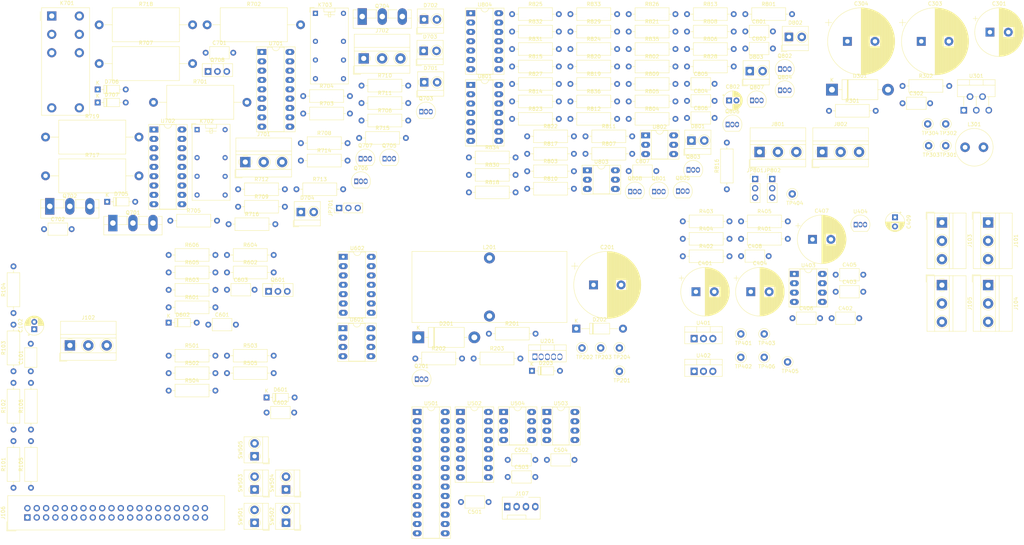
<source format=kicad_pcb>
(kicad_pcb (version 20171130) (host pcbnew "(5.1.5)-3")
  (layers (0 F.Cu signal) (31 B.Cu signal) (34 B.Paste user) (35 F.Paste user) (36 B.SilkS user) (37 F.SilkS user) (38 B.Mask user) (39 F.Mask user) (44 Edge.Cuts user))
  (net 0 "")
  (net 1 GND)
  (net 2 Vdrive)
  (net 3 VS)
  (net 4 "Net-(C302-Pad2)")
  (net 5 "Net-(C302-Pad1)")
  (net 6 VDD)
  (net 7 +12V)
  (net 8 VDDA)
  (net 9 /ana_reg/drv_ctrl)
  (net 10 "Net-(C803-Pad1)")
  (net 11 "Net-(C803-Pad2)")
  (net 12 "Net-(C804-Pad2)")
  (net 13 "Net-(C804-Pad1)")
  (net 14 "Net-(C805-Pad1)")
  (net 15 "Net-(C805-Pad2)")
  (net 16 "Net-(C806-Pad2)")
  (net 17 "Net-(C806-Pad1)")
  (net 18 "Net-(D201-Pad1)")
  (net 19 "Net-(D202-Pad2)")
  (net 20 "Net-(D203-Pad2)")
  (net 21 "Net-(D301-Pad1)")
  (net 22 "Net-(D701-Pad1)")
  (net 23 "Net-(D705-Pad2)")
  (net 24 /pwr_drv_out/Out_OnOff_Force)
  (net 25 /pwr_drv_out/Out_2wire_4wire)
  (net 26 "Net-(J101-Pad2)")
  (net 27 "Net-(J701-Pad3)")
  (net 28 "Net-(J701-Pad2)")
  (net 29 "Net-(J701-Pad1)")
  (net 30 "Net-(J702-Pad2)")
  (net 31 "Net-(J702-Pad3)")
  (net 32 "Net-(K701-Pad3)")
  (net 33 "Net-(K701-Pad6)")
  (net 34 "Net-(K702-Pad11)")
  (net 35 "Net-(K702-Pad6)")
  (net 36 "Net-(K703-Pad4)")
  (net 37 "Net-(Q201-Pad1)")
  (net 38 "Net-(Q703-Pad2)")
  (net 39 "Net-(Q703-Pad1)")
  (net 40 "Net-(Q705-Pad1)")
  (net 41 "Net-(Q707-Pad3)")
  (net 42 "Net-(Q707-Pad2)")
  (net 43 "Net-(Q802-Pad1)")
  (net 44 "Net-(Q802-Pad3)")
  (net 45 "Net-(Q802-Pad2)")
  (net 46 "Net-(Q803-Pad2)")
  (net 47 "Net-(Q804-Pad2)")
  (net 48 "Net-(Q805-Pad2)")
  (net 49 "Net-(Q806-Pad1)")
  (net 50 "Net-(Q806-Pad3)")
  (net 51 "Net-(Q806-Pad2)")
  (net 52 "Net-(Q807-Pad2)")
  (net 53 /pwr_tracking_preReg/Tracking_FB)
  (net 54 "Net-(R301-Pad2)")
  (net 55 "Net-(R401-Pad2)")
  (net 56 "Net-(R403-Pad1)")
  (net 57 "Net-(R404-Pad1)")
  (net 58 "Net-(R405-Pad2)")
  (net 59 "Net-(R801-Pad2)")
  (net 60 "Net-(R801-Pad1)")
  (net 61 "Net-(R802-Pad1)")
  (net 62 /ana_reg/u_reg_active)
  (net 63 "Net-(R805-Pad2)")
  (net 64 /ana_reg/u_fb)
  (net 65 "Net-(R807-Pad2)")
  (net 66 /ana_reg/u_fb_buff)
  (net 67 "Net-(R812-Pad1)")
  (net 68 /ana_reg/i_reg_active)
  (net 69 "Net-(R819-Pad1)")
  (net 70 /ana_reg/u_fb_sense)
  (net 71 "Net-(R821-Pad2)")
  (net 72 "Net-(R824-Pad1)")
  (net 73 "Net-(R825-Pad1)")
  (net 74 "Net-(R826-Pad1)")
  (net 75 /ana_reg/i_fb_low_buff)
  (net 76 "Net-(R829-Pad2)")
  (net 77 "Net-(R830-Pad2)")
  (net 78 "Net-(R832-Pad1)")
  (net 79 /ana_reg/i_fb_low)
  (net 80 "Net-(R833-Pad1)")
  (net 81 "Net-(R835-Pad1)")
  (net 82 "Net-(U501-Pad3)")
  (net 83 /mcu_adi/SPI_CS_ADC)
  (net 84 "Net-(U501-Pad10)")
  (net 85 "Net-(U502-Pad3)")
  (net 86 "Net-(U502-Pad4)")
  (net 87 "Net-(U502-Pad5)")
  (net 88 "Net-(U502-Pad6)")
  (net 89 "Net-(U502-Pad7)")
  (net 90 "Net-(U502-Pad8)")
  (net 91 "Net-(U601-Pad2)")
  (net 92 "Net-(U701-Pad17)")
  (net 93 "Net-(U701-Pad8)")
  (net 94 "Net-(U701-Pad16)")
  (net 95 "Net-(U701-Pad15)")
  (net 96 "Net-(U701-Pad14)")
  (net 97 "Net-(U701-Pad13)")
  (net 98 /pwr_drv_out/Rel_2Wire4Wire)
  (net 99 /pwr_drv_out/relDRV_SO)
  (net 100 /pwr_drv_out/Rel_ONOFFS)
  (net 101 /pwr_drv_out/Rel_ONOFFF)
  (net 102 "Net-(U702-Pad11)")
  (net 103 "Net-(U702-Pad12)")
  (net 104 "Net-(U702-Pad4)")
  (net 105 "Net-(U702-Pad13)")
  (net 106 "Net-(U702-Pad5)")
  (net 107 "Net-(U702-Pad14)")
  (net 108 "Net-(U702-Pad6)")
  (net 109 "Net-(U702-Pad15)")
  (net 110 "Net-(U702-Pad7)")
  (net 111 "Net-(U702-Pad8)")
  (net 112 /pwr_drv_out/Out_OnOff_Sense)
  (net 113 "Net-(U802-Pad6)")
  (net 114 "Net-(U802-Pad3)")
  (net 115 "Net-(U803-Pad3)")
  (net 116 "Net-(U803-Pad6)")
  (net 117 "Net-(C409-Pad1)")
  (net 118 "Net-(J101-Pad3)")
  (net 119 /Vout_Force+)
  (net 120 "Net-(J102-Pad2)")
  (net 121 /Vsense+)
  (net 122 "Net-(J103-Pad2)")
  (net 123 /Vsense-)
  (net 124 "Net-(J104-Pad2)")
  (net 125 /Vout_Force-)
  (net 126 "Net-(J105-Pad2)")
  (net 127 /~ALARM)
  (net 128 /mcu_adi/Vref_ADC)
  (net 129 /mcu_adi/U_cmd_DAC)
  (net 130 /I_MEAS)
  (net 131 /U_MEAS)
  (net 132 /mcu_adi/I_cmd_DAC)
  (net 133 /SPI_SDI)
  (net 134 /~CS~_IOEXP)
  (net 135 /SPI_SDO)
  (net 136 /mcu_adi/SPI_~CS~_DAC_I)
  (net 137 /mcu_adi/SPI_~CS~_DAC_U)
  (net 138 /~CS~_DISPL)
  (net 139 /SPI_SCK)
  (net 140 "Net-(J801-Pad2)")
  (net 141 /ana_reg/Vref_DAC)
  (net 142 "Net-(J802-Pad2)")
  (net 143 "Net-(JP801-Pad2)")
  (net 144 "Net-(JP802-Pad2)")
  (net 145 "Net-(C603-Pad2)")
  (net 146 "Net-(D601-Pad2)")
  (net 147 "Net-(D601-Pad1)")
  (net 148 "Net-(D602-Pad1)")
  (net 149 "Net-(Q601-Pad3)")
  (net 150 "Net-(Q601-Pad2)")
  (net 151 "Net-(R601-Pad1)")
  (net 152 "Net-(R603-Pad2)")
  (net 153 "Net-(R605-Pad1)")
  (net 154 "Net-(R606-Pad1)")
  (net 155 /mcu_ui/DIG_POT_SDO)
  (net 156 /leds_4wire)
  (net 157 /led_2wire)
  (net 158 /led_out_onoff)
  (net 159 /LED_V_REG)
  (net 160 /LED_ALARM)
  (net 161 /LED_I_REG)
  (net 162 /ROTARY_SW)
  (net 163 /ROTARY_DA)
  (net 164 /ROTARY_CK)
  (net 165 /bnt_4wire)
  (net 166 /btn_onoff)
  (net 167 /LCD_LED_A)
  (net 168 /LC_D7_BUSY)
  (net 169 /LCD_D6)
  (net 170 /LCD_D5)
  (net 171 /LCD_D4)
  (net 172 /LCD_E)
  (net 173 /LCD_RW)
  (net 174 /LCD_RS)
  (net 175 /LCD_Vo)
  (net 176 /UART_RX)
  (net 177 /UART_TX)
  (module TerminalBlock_MetzConnect:TerminalBlock_MetzConnect_Type059_RT06302HBWC_1x02_P3.50mm_Horizontal (layer F.Cu) (at 73.54 147.58 90)
    (fp_text reference SW505 (at 1.75 -3.86 90) (layer F.SilkS))
    (fp_text value BTN_OUT_ONOFF)
    (pad 2 thru_hole circle (at 3.5 0 90) (size 2.3 2.3) (drill 1.2) (layers *.Cu *.Mask) (net 1 GND))
    (pad 1 thru_hole rect (at 0 0 90) (size 2.3 2.3) (drill 1.2) (layers *.Cu *.Mask) (net 166 /btn_onoff))
  )
  (module TerminalBlock_MetzConnect:TerminalBlock_MetzConnect_Type059_RT06302HBWC_1x02_P3.50mm_Horizontal (layer F.Cu) (at 82.09 156.63 90)
    (fp_text reference SW504 (at 1.75 -3.86 90) (layer F.SilkS))
    (fp_text value BTN_2WIRE_4WIRE)
    (pad 2 thru_hole circle (at 3.5 0 90) (size 2.3 2.3) (drill 1.2) (layers *.Cu *.Mask) (net 1 GND))
    (pad 1 thru_hole rect (at 0 0 90) (size 2.3 2.3) (drill 1.2) (layers *.Cu *.Mask) (net 165 /bnt_4wire))
  )
  (module TerminalBlock_MetzConnect:TerminalBlock_MetzConnect_Type059_RT06302HBWC_1x02_P3.50mm_Horizontal (layer F.Cu) (at 73.54 156.63 90)
    (fp_text reference SW503 (at 1.75 -3.86 90) (layer F.SilkS))
    (fp_text value ROTARY_DA)
    (pad 2 thru_hole circle (at 3.5 0 90) (size 2.3 2.3) (drill 1.2) (layers *.Cu *.Mask) (net 1 GND))
    (pad 1 thru_hole rect (at 0 0 90) (size 2.3 2.3) (drill 1.2) (layers *.Cu *.Mask) (net 163 /ROTARY_DA))
  )
  (module TerminalBlock_MetzConnect:TerminalBlock_MetzConnect_Type059_RT06302HBWC_1x02_P3.50mm_Horizontal (layer F.Cu) (at 82.09 165.68 90)
    (fp_text reference SW502 (at 1.75 -3.86 90) (layer F.SilkS))
    (fp_text value ROTARY_CK)
    (pad 2 thru_hole circle (at 3.5 0 90) (size 2.3 2.3) (drill 1.2) (layers *.Cu *.Mask) (net 1 GND))
    (pad 1 thru_hole rect (at 0 0 90) (size 2.3 2.3) (drill 1.2) (layers *.Cu *.Mask) (net 164 /ROTARY_CK))
  )
  (module TerminalBlock_MetzConnect:TerminalBlock_MetzConnect_Type059_RT06302HBWC_1x02_P3.50mm_Horizontal (layer F.Cu) (at 73.54 165.68 90)
    (fp_text reference SW501 (at 1.75 -3.86 90) (layer F.SilkS))
    (fp_text value ROTARY_SW)
    (pad 2 thru_hole circle (at 3.5 0 90) (size 2.3 2.3) (drill 1.2) (layers *.Cu *.Mask) (net 1 GND))
    (pad 1 thru_hole rect (at 0 0 90) (size 2.3 2.3) (drill 1.2) (layers *.Cu *.Mask) (net 162 /ROTARY_SW))
  )
  (module Resistor_THT:R_Axial_DIN0309_L9.0mm_D3.2mm_P12.70mm_Horizontal (layer F.Cu) (at 12.75 140.31 90)
    (fp_text reference R106 (at 6.35 -2.72 90) (layer F.SilkS))
    (fp_text value 1meg)
    (pad 2 thru_hole oval (at 12.7 0 90) (size 1.6 1.6) (drill 0.8) (layers *.Cu *.Mask) (net 1 GND))
    (pad 1 thru_hole circle (at 0 0 90) (size 1.6 1.6) (drill 0.8) (layers *.Cu *.Mask) (net 135 /SPI_SDO))
  )
  (module Resistor_THT:R_Axial_DIN0309_L9.0mm_D3.2mm_P12.70mm_Horizontal (layer F.Cu) (at 12.75 156.16 90)
    (fp_text reference R105 (at 6.35 -2.72 90) (layer F.SilkS))
    (fp_text value 1meg)
    (pad 2 thru_hole oval (at 12.7 0 90) (size 1.6 1.6) (drill 0.8) (layers *.Cu *.Mask) (net 1 GND))
    (pad 1 thru_hole circle (at 0 0 90) (size 1.6 1.6) (drill 0.8) (layers *.Cu *.Mask) (net 133 /SPI_SDI))
  )
  (module Resistor_THT:R_Axial_DIN0309_L9.0mm_D3.2mm_P12.70mm_Horizontal (layer F.Cu) (at 8 108.61 90)
    (fp_text reference R104 (at 6.35 -2.72 90) (layer F.SilkS))
    (fp_text value 1meg)
    (pad 2 thru_hole oval (at 12.7 0 90) (size 1.6 1.6) (drill 0.8) (layers *.Cu *.Mask) (net 1 GND))
    (pad 1 thru_hole circle (at 0 0 90) (size 1.6 1.6) (drill 0.8) (layers *.Cu *.Mask) (net 139 /SPI_SCK))
  )
  (module Resistor_THT:R_Axial_DIN0309_L9.0mm_D3.2mm_P12.70mm_Horizontal (layer F.Cu) (at 8 124.46 90)
    (fp_text reference R103 (at 6.35 -2.72 90) (layer F.SilkS))
    (fp_text value 10k)
    (pad 2 thru_hole oval (at 12.7 0 90) (size 1.6 1.6) (drill 0.8) (layers *.Cu *.Mask) (net 135 /SPI_SDO))
    (pad 1 thru_hole circle (at 0 0 90) (size 1.6 1.6) (drill 0.8) (layers *.Cu *.Mask) (net 6 VDD))
  )
  (module Resistor_THT:R_Axial_DIN0309_L9.0mm_D3.2mm_P12.70mm_Horizontal (layer F.Cu) (at 8 140.31 90)
    (fp_text reference R102 (at 6.35 -2.72 90) (layer F.SilkS))
    (fp_text value 10k)
    (pad 2 thru_hole oval (at 12.7 0 90) (size 1.6 1.6) (drill 0.8) (layers *.Cu *.Mask) (net 133 /SPI_SDI))
    (pad 1 thru_hole circle (at 0 0 90) (size 1.6 1.6) (drill 0.8) (layers *.Cu *.Mask) (net 6 VDD))
  )
  (module Resistor_THT:R_Axial_DIN0309_L9.0mm_D3.2mm_P12.70mm_Horizontal (layer F.Cu) (at 8 156.16 90)
    (fp_text reference R101 (at 6.35 -2.72 90) (layer F.SilkS))
    (fp_text value 10k)
    (pad 2 thru_hole oval (at 12.7 0 90) (size 1.6 1.6) (drill 0.8) (layers *.Cu *.Mask) (net 139 /SPI_SCK))
    (pad 1 thru_hole circle (at 0 0 90) (size 1.6 1.6) (drill 0.8) (layers *.Cu *.Mask) (net 6 VDD))
  )
  (module Connector_IDC:IDC-Header_2x20_P2.54mm_Vertical (layer F.Cu) (at 11.785 164.24 90)
    (fp_text reference J106 (at 1.27 -6.604 90) (layer F.SilkS))
    (fp_text value ui_iterface)
    (pad 40 thru_hole oval (at 2.54 48.26 90) (size 1.7272 1.7272) (drill 1.016) (layers *.Cu *.Mask) (net 1 GND))
    (pad 39 thru_hole oval (at 0 48.26 90) (size 1.7272 1.7272) (drill 1.016) (layers *.Cu *.Mask) (net 162 /ROTARY_SW))
    (pad 38 thru_hole oval (at 2.54 45.72 90) (size 1.7272 1.7272) (drill 1.016) (layers *.Cu *.Mask) (net 1 GND))
    (pad 37 thru_hole oval (at 0 45.72 90) (size 1.7272 1.7272) (drill 1.016) (layers *.Cu *.Mask) (net 163 /ROTARY_DA))
    (pad 36 thru_hole oval (at 2.54 43.18 90) (size 1.7272 1.7272) (drill 1.016) (layers *.Cu *.Mask) (net 1 GND))
    (pad 35 thru_hole oval (at 0 43.18 90) (size 1.7272 1.7272) (drill 1.016) (layers *.Cu *.Mask) (net 164 /ROTARY_CK))
    (pad 34 thru_hole oval (at 2.54 40.64 90) (size 1.7272 1.7272) (drill 1.016) (layers *.Cu *.Mask) (net 1 GND))
    (pad 33 thru_hole oval (at 0 40.64 90) (size 1.7272 1.7272) (drill 1.016) (layers *.Cu *.Mask) (net 165 /bnt_4wire))
    (pad 32 thru_hole oval (at 2.54 38.1 90) (size 1.7272 1.7272) (drill 1.016) (layers *.Cu *.Mask) (net 1 GND))
    (pad 31 thru_hole oval (at 0 38.1 90) (size 1.7272 1.7272) (drill 1.016) (layers *.Cu *.Mask) (net 166 /btn_onoff))
    (pad 30 thru_hole oval (at 2.54 35.56 90) (size 1.7272 1.7272) (drill 1.016) (layers *.Cu *.Mask) (net 1 GND))
    (pad 29 thru_hole oval (at 0 35.56 90) (size 1.7272 1.7272) (drill 1.016) (layers *.Cu *.Mask) (net 159 /LED_V_REG))
    (pad 28 thru_hole oval (at 2.54 33.02 90) (size 1.7272 1.7272) (drill 1.016) (layers *.Cu *.Mask) (net 160 /LED_ALARM))
    (pad 27 thru_hole oval (at 0 33.02 90) (size 1.7272 1.7272) (drill 1.016) (layers *.Cu *.Mask) (net 161 /LED_I_REG))
    (pad 26 thru_hole oval (at 2.54 30.48 90) (size 1.7272 1.7272) (drill 1.016) (layers *.Cu *.Mask) (net 1 GND))
    (pad 25 thru_hole oval (at 0 30.48 90) (size 1.7272 1.7272) (drill 1.016) (layers *.Cu *.Mask) (net 156 /leds_4wire))
    (pad 24 thru_hole oval (at 2.54 27.94 90) (size 1.7272 1.7272) (drill 1.016) (layers *.Cu *.Mask) (net 1 GND))
    (pad 23 thru_hole oval (at 0 27.94 90) (size 1.7272 1.7272) (drill 1.016) (layers *.Cu *.Mask) (net 157 /led_2wire))
    (pad 22 thru_hole oval (at 2.54 25.4 90) (size 1.7272 1.7272) (drill 1.016) (layers *.Cu *.Mask) (net 1 GND))
    (pad 21 thru_hole oval (at 0 25.4 90) (size 1.7272 1.7272) (drill 1.016) (layers *.Cu *.Mask) (net 158 /led_out_onoff))
    (pad 20 thru_hole oval (at 2.54 22.86 90) (size 1.7272 1.7272) (drill 1.016) (layers *.Cu *.Mask) (net 1 GND))
    (pad 19 thru_hole oval (at 0 22.86 90) (size 1.7272 1.7272) (drill 1.016) (layers *.Cu *.Mask) (net 167 /LCD_LED_A))
    (pad 18 thru_hole oval (at 2.54 20.32 90) (size 1.7272 1.7272) (drill 1.016) (layers *.Cu *.Mask) (net 1 GND))
    (pad 17 thru_hole oval (at 0 20.32 90) (size 1.7272 1.7272) (drill 1.016) (layers *.Cu *.Mask) (net 168 /LC_D7_BUSY))
    (pad 16 thru_hole oval (at 2.54 17.78 90) (size 1.7272 1.7272) (drill 1.016) (layers *.Cu *.Mask) (net 1 GND))
    (pad 15 thru_hole oval (at 0 17.78 90) (size 1.7272 1.7272) (drill 1.016) (layers *.Cu *.Mask) (net 169 /LCD_D6))
    (pad 14 thru_hole oval (at 2.54 15.24 90) (size 1.7272 1.7272) (drill 1.016) (layers *.Cu *.Mask) (net 1 GND))
    (pad 13 thru_hole oval (at 0 15.24 90) (size 1.7272 1.7272) (drill 1.016) (layers *.Cu *.Mask) (net 170 /LCD_D5))
    (pad 12 thru_hole oval (at 2.54 12.7 90) (size 1.7272 1.7272) (drill 1.016) (layers *.Cu *.Mask) (net 1 GND))
    (pad 11 thru_hole oval (at 0 12.7 90) (size 1.7272 1.7272) (drill 1.016) (layers *.Cu *.Mask) (net 171 /LCD_D4))
    (pad 10 thru_hole oval (at 2.54 10.16 90) (size 1.7272 1.7272) (drill 1.016) (layers *.Cu *.Mask) (net 1 GND))
    (pad 9 thru_hole oval (at 0 10.16 90) (size 1.7272 1.7272) (drill 1.016) (layers *.Cu *.Mask) (net 172 /LCD_E))
    (pad 8 thru_hole oval (at 2.54 7.62 90) (size 1.7272 1.7272) (drill 1.016) (layers *.Cu *.Mask) (net 1 GND))
    (pad 7 thru_hole oval (at 0 7.62 90) (size 1.7272 1.7272) (drill 1.016) (layers *.Cu *.Mask) (net 173 /LCD_RW))
    (pad 6 thru_hole oval (at 2.54 5.08 90) (size 1.7272 1.7272) (drill 1.016) (layers *.Cu *.Mask) (net 1 GND))
    (pad 5 thru_hole oval (at 0 5.08 90) (size 1.7272 1.7272) (drill 1.016) (layers *.Cu *.Mask) (net 174 /LCD_RS))
    (pad 4 thru_hole oval (at 2.54 2.54 90) (size 1.7272 1.7272) (drill 1.016) (layers *.Cu *.Mask) (net 1 GND))
    (pad 3 thru_hole oval (at 0 2.54 90) (size 1.7272 1.7272) (drill 1.016) (layers *.Cu *.Mask) (net 175 /LCD_Vo))
    (pad 2 thru_hole oval (at 2.54 0 90) (size 1.7272 1.7272) (drill 1.016) (layers *.Cu *.Mask) (net 1 GND))
    (pad 1 thru_hole rect (at 0 0 90) (size 1.7272 1.7272) (drill 1.016) (layers *.Cu *.Mask) (net 6 VDD))
  )
  (module Capacitor_THT:CP_Radial_D5.0mm_P2.00mm (layer F.Cu) (at 13.65 113.020225 90)
    (fp_text reference C102 (at 1 -3.75 90) (layer F.SilkS))
    (fp_text value 1uF)
    (pad 2 thru_hole circle (at 2 0 90) (size 1.6 1.6) (drill 0.8) (layers *.Cu *.Mask) (net 1 GND))
    (pad 1 thru_hole rect (at 0 0 90) (size 1.6 1.6) (drill 0.8) (layers *.Cu *.Mask) (net 6 VDD))
  )
  (module Capacitor_THT:C_Axial_L5.1mm_D3.1mm_P7.50mm_Horizontal (layer F.Cu) (at 12.7 124.46 90)
    (fp_text reference C101 (at 3.75 -2.67 90) (layer F.SilkS))
    (fp_text value 100n)
    (pad 2 thru_hole oval (at 7.5 0 90) (size 1.6 1.6) (drill 0.8) (layers *.Cu *.Mask) (net 1 GND))
    (pad 1 thru_hole circle (at 0 0 90) (size 1.6 1.6) (drill 0.8) (layers *.Cu *.Mask) (net 6 VDD))
  )
  (module Resistor_THT:R_Axial_DIN0309_L9.0mm_D3.2mm_P12.70mm_Horizontal (layer F.Cu) (at 50.19 92.81)
    (fp_text reference R606 (at 6.35 -2.72) (layer F.SilkS))
    (fp_text value 1k)
    (pad 2 thru_hole oval (at 12.7 0) (size 1.6 1.6) (drill 0.8) (layers *.Cu *.Mask) (net 6 VDD))
    (pad 1 thru_hole circle (at 0 0) (size 1.6 1.6) (drill 0.8) (layers *.Cu *.Mask) (net 154 "Net-(R606-Pad1)"))
  )
  (module Resistor_THT:R_Axial_DIN0309_L9.0mm_D3.2mm_P12.70mm_Horizontal (layer F.Cu) (at 50.19 97.56)
    (fp_text reference R605 (at 6.35 -2.72) (layer F.SilkS))
    (fp_text value 1k)
    (pad 2 thru_hole oval (at 12.7 0) (size 1.6 1.6) (drill 0.8) (layers *.Cu *.Mask) (net 6 VDD))
    (pad 1 thru_hole circle (at 0 0) (size 1.6 1.6) (drill 0.8) (layers *.Cu *.Mask) (net 153 "Net-(R605-Pad1)"))
  )
  (module Resistor_THT:R_Axial_DIN0309_L9.0mm_D3.2mm_P12.70mm_Horizontal (layer F.Cu) (at 66.04 92.81)
    (fp_text reference R604 (at 6.35 -2.72) (layer F.SilkS))
    (fp_text value 51)
    (pad 2 thru_hole oval (at 12.7 0) (size 1.6 1.6) (drill 0.8) (layers *.Cu *.Mask) (net 150 "Net-(Q601-Pad2)"))
    (pad 1 thru_hole circle (at 0 0) (size 1.6 1.6) (drill 0.8) (layers *.Cu *.Mask) (net 167 /LCD_LED_A))
  )
  (module Resistor_THT:R_Axial_DIN0309_L9.0mm_D3.2mm_P12.70mm_Horizontal (layer F.Cu) (at 50.19 102.31)
    (fp_text reference R603 (at 6.35 -2.72) (layer F.SilkS))
    (fp_text value 470)
    (pad 2 thru_hole oval (at 12.7 0) (size 1.6 1.6) (drill 0.8) (layers *.Cu *.Mask) (net 152 "Net-(R603-Pad2)"))
    (pad 1 thru_hole circle (at 0 0) (size 1.6 1.6) (drill 0.8) (layers *.Cu *.Mask) (net 149 "Net-(Q601-Pad3)"))
  )
  (module Resistor_THT:R_Axial_DIN0309_L9.0mm_D3.2mm_P12.70mm_Horizontal (layer F.Cu) (at 66.04 97.56)
    (fp_text reference R602 (at 6.35 -2.72) (layer F.SilkS))
    (fp_text value 1k)
    (pad 2 thru_hole oval (at 12.7 0) (size 1.6 1.6) (drill 0.8) (layers *.Cu *.Mask) (net 6 VDD))
    (pad 1 thru_hole circle (at 0 0) (size 1.6 1.6) (drill 0.8) (layers *.Cu *.Mask) (net 147 "Net-(D601-Pad1)"))
  )
  (module Resistor_THT:R_Axial_DIN0309_L9.0mm_D3.2mm_P12.70mm_Horizontal (layer F.Cu) (at 50.19 107.06)
    (fp_text reference R601 (at 6.35 -2.72) (layer F.SilkS))
    (fp_text value 120k)
    (pad 2 thru_hole oval (at 12.7 0) (size 1.6 1.6) (drill 0.8) (layers *.Cu *.Mask) (net 6 VDD))
    (pad 1 thru_hole circle (at 0 0) (size 1.6 1.6) (drill 0.8) (layers *.Cu *.Mask) (net 151 "Net-(R601-Pad1)"))
  )
  (module Resistor_THT:R_Axial_DIN0309_L9.0mm_D3.2mm_P12.70mm_Horizontal (layer F.Cu) (at 66.04 124.96)
    (fp_text reference R505 (at 6.35 -2.72) (layer F.SilkS))
    (fp_text value 10k)
    (pad 2 thru_hole oval (at 12.7 0) (size 1.6 1.6) (drill 0.8) (layers *.Cu *.Mask) (net 166 /btn_onoff))
    (pad 1 thru_hole circle (at 0 0) (size 1.6 1.6) (drill 0.8) (layers *.Cu *.Mask) (net 6 VDD))
  )
  (module Resistor_THT:R_Axial_DIN0309_L9.0mm_D3.2mm_P12.70mm_Horizontal (layer F.Cu) (at 50.19 129.71)
    (fp_text reference R504 (at 6.35 -2.72) (layer F.SilkS))
    (fp_text value 10k)
    (pad 2 thru_hole oval (at 12.7 0) (size 1.6 1.6) (drill 0.8) (layers *.Cu *.Mask) (net 165 /bnt_4wire))
    (pad 1 thru_hole circle (at 0 0) (size 1.6 1.6) (drill 0.8) (layers *.Cu *.Mask) (net 6 VDD))
  )
  (module Resistor_THT:R_Axial_DIN0309_L9.0mm_D3.2mm_P12.70mm_Horizontal (layer F.Cu) (at 66.04 120.21)
    (fp_text reference R503 (at 6.35 -2.72) (layer F.SilkS))
    (fp_text value 10k)
    (pad 2 thru_hole oval (at 12.7 0) (size 1.6 1.6) (drill 0.8) (layers *.Cu *.Mask) (net 163 /ROTARY_DA))
    (pad 1 thru_hole circle (at 0 0) (size 1.6 1.6) (drill 0.8) (layers *.Cu *.Mask) (net 6 VDD))
  )
  (module Resistor_THT:R_Axial_DIN0309_L9.0mm_D3.2mm_P12.70mm_Horizontal (layer F.Cu) (at 50.19 124.96)
    (fp_text reference R502 (at 6.35 -2.72) (layer F.SilkS))
    (fp_text value 10k)
    (pad 2 thru_hole oval (at 12.7 0) (size 1.6 1.6) (drill 0.8) (layers *.Cu *.Mask) (net 164 /ROTARY_CK))
    (pad 1 thru_hole circle (at 0 0) (size 1.6 1.6) (drill 0.8) (layers *.Cu *.Mask) (net 6 VDD))
  )
  (module Resistor_THT:R_Axial_DIN0309_L9.0mm_D3.2mm_P12.70mm_Horizontal (layer F.Cu) (at 50.19 120.21)
    (fp_text reference R501 (at 6.35 -2.72) (layer F.SilkS))
    (fp_text value 10k)
    (pad 2 thru_hole oval (at 12.7 0) (size 1.6 1.6) (drill 0.8) (layers *.Cu *.Mask) (net 162 /ROTARY_SW))
    (pad 1 thru_hole circle (at 0 0) (size 1.6 1.6) (drill 0.8) (layers *.Cu *.Mask) (net 6 VDD))
  )
  (module Package_TO_SOT_THT:TO-126-3_Vertical (layer F.Cu) (at 77.35 102.71)
    (fp_text reference Q601 (at 2.54 -3.12) (layer F.SilkS))
    (fp_text value BD140)
    (pad 3 thru_hole oval (at 5.08 0) (size 1.8 1.8) (drill 1) (layers *.Cu *.Mask) (net 149 "Net-(Q601-Pad3)"))
    (pad 2 thru_hole oval (at 2.54 0) (size 1.8 1.8) (drill 1) (layers *.Cu *.Mask) (net 150 "Net-(Q601-Pad2)"))
    (pad 1 thru_hole rect (at 0 0) (size 1.8 1.8) (drill 1) (layers *.Cu *.Mask) (net 6 VDD))
  )
  (module Diode_THT:D_DO-35_SOD27_P7.62mm_Horizontal (layer F.Cu) (at 50.19 111.21)
    (fp_text reference D602 (at 3.81 -2.12) (layer F.SilkS))
    (fp_text value 1N4148)
    (fp_text user K (at 0 -1.8) (layer F.SilkS))
    (pad 2 thru_hole oval (at 7.62 0) (size 1.6 1.6) (drill 0.8) (layers *.Cu *.Mask) (net 147 "Net-(D601-Pad1)"))
    (pad 1 thru_hole rect (at 0 0) (size 1.6 1.6) (drill 0.8) (layers *.Cu *.Mask) (net 148 "Net-(D602-Pad1)"))
  )
  (module Diode_THT:D_DO-35_SOD27_P7.62mm_Horizontal (layer F.Cu) (at 76.81 131.58)
    (fp_text reference D601 (at 3.81 -2.12) (layer F.SilkS))
    (fp_text value 1N4148)
    (fp_text user K (at 0 -1.8) (layer F.SilkS))
    (pad 2 thru_hole oval (at 7.62 0) (size 1.6 1.6) (drill 0.8) (layers *.Cu *.Mask) (net 146 "Net-(D601-Pad2)"))
    (pad 1 thru_hole rect (at 0 0) (size 1.6 1.6) (drill 0.8) (layers *.Cu *.Mask) (net 147 "Net-(D601-Pad1)"))
  )
  (module Capacitor_THT:C_Axial_L5.1mm_D3.1mm_P7.50mm_Horizontal (layer F.Cu) (at 66.04 102.26)
    (fp_text reference C603 (at 3.75 -2.67) (layer F.SilkS))
    (fp_text value 10n)
    (pad 2 thru_hole oval (at 7.5 0) (size 1.6 1.6) (drill 0.8) (layers *.Cu *.Mask) (net 145 "Net-(C603-Pad2)"))
    (pad 1 thru_hole circle (at 0 0) (size 1.6 1.6) (drill 0.8) (layers *.Cu *.Mask) (net 1 GND))
  )
  (module Capacitor_THT:C_Axial_L5.1mm_D3.1mm_P7.50mm_Horizontal (layer F.Cu) (at 76.81 135.68)
    (fp_text reference C602 (at 3.75 -2.67) (layer F.SilkS))
    (fp_text value 100n)
    (pad 2 thru_hole oval (at 7.5 0) (size 1.6 1.6) (drill 0.8) (layers *.Cu *.Mask) (net 1 GND))
    (pad 1 thru_hole circle (at 0 0) (size 1.6 1.6) (drill 0.8) (layers *.Cu *.Mask) (net 6 VDD))
  )
  (module Capacitor_THT:C_Axial_L5.1mm_D3.1mm_P7.50mm_Horizontal (layer F.Cu) (at 60.96 111.76)
    (fp_text reference C601 (at 3.75 -2.67) (layer F.SilkS))
    (fp_text value 100n)
    (pad 2 thru_hole oval (at 7.5 0) (size 1.6 1.6) (drill 0.8) (layers *.Cu *.Mask) (net 1 GND))
    (pad 1 thru_hole circle (at 0 0) (size 1.6 1.6) (drill 0.8) (layers *.Cu *.Mask) (net 6 VDD))
  )
  (module Connector_PinHeader_2.54mm:PinHeader_1x03_P2.54mm_Vertical (layer F.Cu) (at 214.27 72.12)
    (fp_text reference JP802 (at 0 -2.33) (layer F.SilkS))
    (fp_text value I_POT_option)
    (pad 3 thru_hole oval (at 0 5.08) (size 1.7 1.7) (drill 1) (layers *.Cu *.Mask) (net 142 "Net-(J802-Pad2)"))
    (pad 2 thru_hole oval (at 0 2.54) (size 1.7 1.7) (drill 1) (layers *.Cu *.Mask) (net 144 "Net-(JP802-Pad2)"))
    (pad 1 thru_hole rect (at 0 0) (size 1.7 1.7) (drill 1) (layers *.Cu *.Mask) (net 132 /mcu_adi/I_cmd_DAC))
  )
  (module Connector_PinHeader_2.54mm:PinHeader_1x03_P2.54mm_Vertical (layer F.Cu) (at 209.62 72.12)
    (fp_text reference JP801 (at 0 -2.33) (layer F.SilkS))
    (fp_text value U_POT_option)
    (pad 3 thru_hole oval (at 0 5.08) (size 1.7 1.7) (drill 1) (layers *.Cu *.Mask) (net 140 "Net-(J801-Pad2)"))
    (pad 2 thru_hole oval (at 0 2.54) (size 1.7 1.7) (drill 1) (layers *.Cu *.Mask) (net 143 "Net-(JP801-Pad2)"))
    (pad 1 thru_hole rect (at 0 0) (size 1.7 1.7) (drill 1) (layers *.Cu *.Mask) (net 129 /mcu_adi/U_cmd_DAC))
  )
  (module TerminalBlock_MetzConnect:TerminalBlock_MetzConnect_Type011_RT05503HBWC_1x03_P5.00mm_Horizontal (layer F.Cu) (at 227.87 64.77)
    (fp_text reference J802 (at 5 -7.56) (layer F.SilkS))
    (fp_text value I_POT_option)
    (pad 3 thru_hole circle (at 10 0) (size 2.8 2.8) (drill 1.4) (layers *.Cu *.Mask) (net 1 GND))
    (pad 2 thru_hole circle (at 5 0) (size 2.8 2.8) (drill 1.4) (layers *.Cu *.Mask) (net 142 "Net-(J802-Pad2)"))
    (pad 1 thru_hole rect (at 0 0) (size 2.8 2.8) (drill 1.4) (layers *.Cu *.Mask) (net 141 /ana_reg/Vref_DAC))
  )
  (module TerminalBlock_MetzConnect:TerminalBlock_MetzConnect_Type011_RT05503HBWC_1x03_P5.00mm_Horizontal (layer F.Cu) (at 210.82 64.77)
    (fp_text reference J801 (at 5 -7.56) (layer F.SilkS))
    (fp_text value U_POT_option)
    (pad 3 thru_hole circle (at 10 0) (size 2.8 2.8) (drill 1.4) (layers *.Cu *.Mask) (net 1 GND))
    (pad 2 thru_hole circle (at 5 0) (size 2.8 2.8) (drill 1.4) (layers *.Cu *.Mask) (net 140 "Net-(J801-Pad2)"))
    (pad 1 thru_hole rect (at 0 0) (size 2.8 2.8) (drill 1.4) (layers *.Cu *.Mask) (net 141 /ana_reg/Vref_DAC))
  )
  (module TerminalBlock_MetzConnect:TerminalBlock_MetzConnect_Type011_RT05503HBWC_1x03_P5.00mm_Horizontal (layer F.Cu) (at 260.41 101.010225 270)
    (fp_text reference J105 (at 5 -7.56 90) (layer F.SilkS))
    (fp_text value FS-)
    (pad 3 thru_hole circle (at 10 0 270) (size 2.8 2.8) (drill 1.4) (layers *.Cu *.Mask) (net 125 /Vout_Force-))
    (pad 2 thru_hole circle (at 5 0 270) (size 2.8 2.8) (drill 1.4) (layers *.Cu *.Mask) (net 126 "Net-(J105-Pad2)"))
    (pad 1 thru_hole rect (at 0 0 270) (size 2.8 2.8) (drill 1.4) (layers *.Cu *.Mask) (net 123 /Vsense-))
  )
  (module TerminalBlock_MetzConnect:TerminalBlock_MetzConnect_Type011_RT05503HBWC_1x03_P5.00mm_Horizontal (layer F.Cu) (at 272.96 101.010225 270)
    (fp_text reference J104 (at 5 -7.56 90) (layer F.SilkS))
    (fp_text value "Analog Volt")
    (pad 3 thru_hole circle (at 10 0 270) (size 2.8 2.8) (drill 1.4) (layers *.Cu *.Mask) (net 123 /Vsense-))
    (pad 2 thru_hole circle (at 5 0 270) (size 2.8 2.8) (drill 1.4) (layers *.Cu *.Mask) (net 124 "Net-(J104-Pad2)"))
    (pad 1 thru_hole rect (at 0 0 270) (size 2.8 2.8) (drill 1.4) (layers *.Cu *.Mask) (net 121 /Vsense+))
  )
  (module TerminalBlock_MetzConnect:TerminalBlock_MetzConnect_Type011_RT05503HBWC_1x03_P5.00mm_Horizontal (layer F.Cu) (at 260.41 83.960225 270)
    (fp_text reference J103 (at 5 -7.56 90) (layer F.SilkS))
    (fp_text value FS+)
    (pad 3 thru_hole circle (at 10 0 270) (size 2.8 2.8) (drill 1.4) (layers *.Cu *.Mask) (net 121 /Vsense+))
    (pad 2 thru_hole circle (at 5 0 270) (size 2.8 2.8) (drill 1.4) (layers *.Cu *.Mask) (net 122 "Net-(J103-Pad2)"))
    (pad 1 thru_hole rect (at 0 0 270) (size 2.8 2.8) (drill 1.4) (layers *.Cu *.Mask) (net 118 "Net-(J101-Pad3)"))
  )
  (module TerminalBlock_MetzConnect:TerminalBlock_MetzConnect_Type011_RT05503HBWC_1x03_P5.00mm_Horizontal (layer F.Cu) (at 272.96 83.960225 270)
    (fp_text reference J101 (at 5 -7.56 90) (layer F.SilkS))
    (fp_text value "Analog Amper")
    (pad 3 thru_hole circle (at 10 0 270) (size 2.8 2.8) (drill 1.4) (layers *.Cu *.Mask) (net 118 "Net-(J101-Pad3)"))
    (pad 2 thru_hole circle (at 5 0 270) (size 2.8 2.8) (drill 1.4) (layers *.Cu *.Mask) (net 26 "Net-(J101-Pad2)"))
    (pad 1 thru_hole rect (at 0 0 270) (size 2.8 2.8) (drill 1.4) (layers *.Cu *.Mask) (net 119 /Vout_Force+))
  )
  (module Capacitor_THT:C_Axial_L5.1mm_D3.1mm_P7.50mm_Horizontal (layer F.Cu) (at 153.010225 148.56)
    (fp_text reference C504 (at 3.75 -2.67) (layer F.SilkS))
    (fp_text value 100n)
    (pad 2 thru_hole oval (at 7.5 0) (size 1.6 1.6) (drill 0.8) (layers *.Cu *.Mask) (net 1 GND))
    (pad 1 thru_hole circle (at 0 0) (size 1.6 1.6) (drill 0.8) (layers *.Cu *.Mask) (net 8 VDDA))
  )
  (module Capacitor_THT:C_Axial_L5.1mm_D3.1mm_P7.50mm_Horizontal (layer F.Cu) (at 142.360225 153.21)
    (fp_text reference C503 (at 3.75 -2.67) (layer F.SilkS))
    (fp_text value 100n)
    (pad 2 thru_hole oval (at 7.5 0) (size 1.6 1.6) (drill 0.8) (layers *.Cu *.Mask) (net 1 GND))
    (pad 1 thru_hole circle (at 0 0) (size 1.6 1.6) (drill 0.8) (layers *.Cu *.Mask) (net 8 VDDA))
  )
  (module Capacitor_THT:C_Axial_L5.1mm_D3.1mm_P7.50mm_Horizontal (layer F.Cu) (at 142.360225 148.56)
    (fp_text reference C502 (at 3.75 -2.67) (layer F.SilkS))
    (fp_text value 100n)
    (pad 2 thru_hole oval (at 7.5 0) (size 1.6 1.6) (drill 0.8) (layers *.Cu *.Mask) (net 1 GND))
    (pad 1 thru_hole circle (at 0 0) (size 1.6 1.6) (drill 0.8) (layers *.Cu *.Mask) (net 8 VDDA))
  )
  (module Capacitor_THT:CP_Radial_D5.0mm_P2.50mm (layer F.Cu) (at 247.65 82.55 270)
    (fp_text reference C409 (at 1.25 -3.75 90) (layer F.SilkS))
    (fp_text value 1uF)
    (pad 2 thru_hole circle (at 2.5 0 270) (size 1.6 1.6) (drill 0.8) (layers *.Cu *.Mask) (net 1 GND))
    (pad 1 thru_hole rect (at 0 0 270) (size 1.6 1.6) (drill 0.8) (layers *.Cu *.Mask) (net 117 "Net-(C409-Pad1)"))
  )
  (module TestPoint:TestPoint_Loop_D2.50mm_Drill1.0mm (layer F.Cu) (at 219.71 76.2)
    (fp_text reference TP404 (at 0.7 2.5) (layer F.SilkS))
    (fp_text value Vref_2v5)
    (pad 1 thru_hole circle (at 0 0) (size 2 2) (drill 1) (layers *.Cu *.Mask) (net 117 "Net-(C409-Pad1)"))
  )
  (module Resistor_THT:R_Axial_DIN0309_L9.0mm_D3.2mm_P12.70mm_Horizontal (layer F.Cu) (at 201.93 74.93 90)
    (fp_text reference R816 (at 6.35 -2.72 90) (layer F.SilkS))
    (fp_text value 10k)
    (pad 2 thru_hole oval (at 12.7 0 90) (size 1.6 1.6) (drill 0.8) (layers *.Cu *.Mask) (net 49 "Net-(Q806-Pad1)"))
    (pad 1 thru_hole circle (at 0 0 90) (size 1.6 1.6) (drill 0.8) (layers *.Cu *.Mask) (net 48 "Net-(Q805-Pad2)"))
  )
  (module Connector_PinHeader_2.54mm:PinHeader_1x03_P2.54mm_Vertical (layer F.Cu) (at 96.52 80.01 90)
    (fp_text reference JP701 (at 0 -2.33 90) (layer F.SilkS))
    (fp_text value Sel_Force_Sense)
    (pad 3 thru_hole oval (at 0 5.08 90) (size 1.7 1.7) (drill 1) (layers *.Cu *.Mask) (net 112 /pwr_drv_out/Out_OnOff_Sense))
    (pad 2 thru_hole oval (at 0 2.54 90) (size 1.7 1.7) (drill 1) (layers *.Cu *.Mask) (net 23 "Net-(D705-Pad2)"))
    (pad 1 thru_hole rect (at 0 0 90) (size 1.7 1.7) (drill 1) (layers *.Cu *.Mask) (net 24 /pwr_drv_out/Out_OnOff_Force))
  )
  (module Package_TO_SOT_THT:TO-220-3_Vertical (layer F.Cu) (at 193.04 124.46)
    (fp_text reference U402 (at 2.54 -4.27) (layer F.SilkS))
    (fp_text value L7805)
    (pad 3 thru_hole oval (at 5.08 0) (size 1.905 2) (drill 1.1) (layers *.Cu *.Mask) (net 8 VDDA))
    (pad 2 thru_hole oval (at 2.54 0) (size 1.905 2) (drill 1.1) (layers *.Cu *.Mask) (net 1 GND))
    (pad 1 thru_hole rect (at 0 0) (size 1.905 2) (drill 1.1) (layers *.Cu *.Mask) (net 7 +12V))
  )
  (module Package_TO_SOT_THT:TO-220-3_Vertical (layer F.Cu) (at 193.04 115.57)
    (fp_text reference U401 (at 2.54 -4.27) (layer F.SilkS))
    (fp_text value L7812)
    (pad 3 thru_hole oval (at 5.08 0) (size 1.905 2) (drill 1.1) (layers *.Cu *.Mask) (net 7 +12V))
    (pad 2 thru_hole oval (at 2.54 0) (size 1.905 2) (drill 1.1) (layers *.Cu *.Mask) (net 1 GND))
    (pad 1 thru_hole rect (at 0 0) (size 1.905 2) (drill 1.1) (layers *.Cu *.Mask) (net 3 VS))
  )
  (module TestPoint:TestPoint_Loop_D2.50mm_Drill1.0mm (layer F.Cu) (at 212.09 120.65)
    (fp_text reference TP406 (at 0.7 2.5) (layer F.SilkS))
    (fp_text value Vref_ADC)
    (pad 1 thru_hole circle (at 0 0) (size 2 2) (drill 1) (layers *.Cu *.Mask) (net 128 /mcu_adi/Vref_ADC))
  )
  (module TestPoint:TestPoint_Loop_D2.50mm_Drill1.0mm (layer F.Cu) (at 218.44 121.92)
    (fp_text reference TP405 (at 0.7 2.5) (layer F.SilkS))
    (fp_text value Vref_DAC)
    (pad 1 thru_hole circle (at 0 0) (size 2 2) (drill 1) (layers *.Cu *.Mask) (net 141 /ana_reg/Vref_DAC))
  )
  (module TestPoint:TestPoint_Loop_D2.50mm_Drill1.0mm (layer F.Cu) (at 212.09 114.3)
    (fp_text reference TP403 (at 0.7 2.5) (layer F.SilkS))
    (fp_text value 5V_ANA)
    (pad 1 thru_hole circle (at 0 0) (size 2 2) (drill 1) (layers *.Cu *.Mask) (net 8 VDDA))
  )
  (module TestPoint:TestPoint_Loop_D2.50mm_Drill1.0mm (layer F.Cu) (at 205.74 120.65)
    (fp_text reference TP402 (at 0.7 2.5) (layer F.SilkS))
    (fp_text value 12V_ANA)
    (pad 1 thru_hole circle (at 0 0) (size 2 2) (drill 1) (layers *.Cu *.Mask) (net 7 +12V))
  )
  (module TestPoint:TestPoint_Loop_D2.50mm_Drill1.0mm (layer F.Cu) (at 205.74 114.3)
    (fp_text reference TP401 (at 0.7 2.5) (layer F.SilkS))
    (fp_text value Vin_19V)
    (pad 1 thru_hole circle (at 0 0) (size 2 2) (drill 1) (layers *.Cu *.Mask) (net 3 VS))
  )
  (module TestPoint:TestPoint_Loop_D2.50mm_Drill1.0mm (layer F.Cu) (at 256.54 57.15)
    (fp_text reference TP304 (at 0.7 2.5) (layer F.SilkS))
    (fp_text value V_FB)
    (pad 1 thru_hole circle (at 0 0) (size 2 2) (drill 1) (layers *.Cu *.Mask) (net 54 "Net-(R301-Pad2)"))
  )
  (module TestPoint:TestPoint_Loop_D2.50mm_Drill1.0mm (layer F.Cu) (at 256.79 63.07)
    (fp_text reference TP303 (at 0.7 2.5) (layer F.SilkS))
    (fp_text value Vout_5V)
    (pad 1 thru_hole circle (at 0 0) (size 2 2) (drill 1) (layers *.Cu *.Mask) (net 6 VDD))
  )
  (module TestPoint:TestPoint_Loop_D2.50mm_Drill1.0mm (layer F.Cu) (at 261.44 57.15)
    (fp_text reference TP302 (at 0.7 2.5) (layer F.SilkS))
    (fp_text value SW_OUT)
    (pad 1 thru_hole circle (at 0 0) (size 2 2) (drill 1) (layers *.Cu *.Mask) (net 21 "Net-(D301-Pad1)"))
  )
  (module TestPoint:TestPoint_Loop_D2.50mm_Drill1.0mm (layer F.Cu) (at 261.44 63.07)
    (fp_text reference TP301 (at 0.7 2.5) (layer F.SilkS))
    (fp_text value Vin_19V)
    (pad 1 thru_hole circle (at 0 0) (size 2 2) (drill 1) (layers *.Cu *.Mask) (net 3 VS))
  )
  (module TestPoint:TestPoint_Loop_D2.50mm_Drill1.0mm (layer F.Cu) (at 172.72 118.11)
    (fp_text reference TP204 (at 0.7 2.5) (layer F.SilkS))
    (fp_text value GND)
    (pad 1 thru_hole circle (at 0 0) (size 2 2) (drill 1) (layers *.Cu *.Mask) (net 1 GND))
  )
  (module TestPoint:TestPoint_Loop_D2.50mm_Drill1.0mm (layer F.Cu) (at 167.64 118.11)
    (fp_text reference TP203 (at 0.7 2.5) (layer F.SilkS))
    (fp_text value Tracking_OUT)
    (pad 1 thru_hole circle (at 0 0) (size 2 2) (drill 1) (layers *.Cu *.Mask) (net 2 Vdrive))
  )
  (module TestPoint:TestPoint_Loop_D2.50mm_Drill1.0mm (layer F.Cu) (at 162.56 118.11)
    (fp_text reference TP202 (at 0.7 2.5) (layer F.SilkS))
    (fp_text value SW_OUT)
    (pad 1 thru_hole circle (at 0 0) (size 2 2) (drill 1) (layers *.Cu *.Mask) (net 18 "Net-(D201-Pad1)"))
  )
  (module TestPoint:TestPoint_Loop_D2.50mm_Drill1.0mm (layer F.Cu) (at 172.72 124.46)
    (fp_text reference TP201 (at 0.7 2.5) (layer F.SilkS))
    (fp_text value INPUT_19V)
    (pad 1 thru_hole circle (at 0 0) (size 2 2) (drill 1) (layers *.Cu *.Mask) (net 3 VS))
  )
  (module Inductor_THT:L_Radial_D10.0mm_P5.00mm_Fastron_07M (layer F.Cu) (at 266.7 63.5)
    (fp_text reference L301 (at 2.5 -6.25) (layer F.SilkS))
    (fp_text value CL33uH_CW8A)
    (pad 2 thru_hole circle (at 5 0) (size 2.6 2.6) (drill 1.3) (layers *.Cu *.Mask) (net 6 VDD))
    (pad 1 thru_hole circle (at 0 0) (size 2.6 2.6) (drill 1.3) (layers *.Cu *.Mask) (net 21 "Net-(D301-Pad1)"))
  )
  (module Capacitor_THT:C_Axial_L5.1mm_D3.1mm_P7.50mm_Horizontal (layer F.Cu) (at 137.16 160.02 180)
    (fp_text reference C501 (at 3.75 -2.67) (layer F.SilkS))
    (fp_text value 100n)
    (pad 2 thru_hole oval (at 7.5 0 180) (size 1.6 1.6) (drill 0.8) (layers *.Cu *.Mask) (net 6 VDD))
    (pad 1 thru_hole circle (at 0 0 180) (size 1.6 1.6) (drill 0.8) (layers *.Cu *.Mask) (net 1 GND))
  )
  (module Capacitor_THT:CP_Radial_D18.0mm_P7.50mm (layer F.Cu) (at 165.689441 100.955001)
    (fp_text reference C201 (at 3.75 -10.25) (layer F.SilkS))
    (fp_text value 1000uF/63V)
    (pad 2 thru_hole circle (at 7.5 0) (size 2.4 2.4) (drill 1.2) (layers *.Cu *.Mask) (net 1 GND))
    (pad 1 thru_hole rect (at 0 0) (size 2.4 2.4) (drill 1.2) (layers *.Cu *.Mask) (net 2 Vdrive))
  )
  (module Capacitor_THT:CP_Radial_D13.0mm_P5.00mm (layer F.Cu) (at 273.45457 32.175001)
    (fp_text reference C301 (at 2.5 -7.75) (layer F.SilkS))
    (fp_text value 470uF)
    (pad 2 thru_hole circle (at 5 0) (size 2.4 2.4) (drill 1.2) (layers *.Cu *.Mask) (net 1 GND))
    (pad 1 thru_hole rect (at 0 0) (size 2.4 2.4) (drill 1.2) (layers *.Cu *.Mask) (net 3 VS))
  )
  (module Capacitor_THT:C_Axial_L5.1mm_D3.1mm_P7.50mm_Horizontal (layer F.Cu) (at 249.695001 51.525001)
    (fp_text reference C302 (at 3.75 -2.67) (layer F.SilkS))
    (fp_text value 100n)
    (pad 2 thru_hole oval (at 7.5 0) (size 1.6 1.6) (drill 0.8) (layers *.Cu *.Mask) (net 4 "Net-(C302-Pad2)"))
    (pad 1 thru_hole circle (at 0 0) (size 1.6 1.6) (drill 0.8) (layers *.Cu *.Mask) (net 5 "Net-(C302-Pad1)"))
  )
  (module Capacitor_THT:CP_Radial_D18.0mm_P7.50mm (layer F.Cu) (at 254.789441 34.675001)
    (fp_text reference C303 (at 3.75 -10.25) (layer F.SilkS))
    (fp_text value 2200uF)
    (pad 1 thru_hole rect (at 0 0) (size 2.4 2.4) (drill 1.2) (layers *.Cu *.Mask) (net 6 VDD))
    (pad 2 thru_hole circle (at 7.5 0) (size 2.4 2.4) (drill 1.2) (layers *.Cu *.Mask) (net 1 GND))
  )
  (module Capacitor_THT:CP_Radial_D18.0mm_P7.50mm (layer F.Cu) (at 234.699441 34.675001)
    (fp_text reference C304 (at 3.75 -10.25) (layer F.SilkS))
    (fp_text value 2200uF)
    (pad 1 thru_hole rect (at 0 0) (size 2.4 2.4) (drill 1.2) (layers *.Cu *.Mask) (net 6 VDD))
    (pad 2 thru_hole circle (at 7.5 0) (size 2.4 2.4) (drill 1.2) (layers *.Cu *.Mask) (net 1 GND))
  )
  (module Capacitor_THT:CP_Radial_D13.0mm_P5.00mm (layer F.Cu) (at 193.52457 102.815001)
    (fp_text reference C401 (at 2.5 -7.75) (layer F.SilkS))
    (fp_text value 470uF)
    (pad 1 thru_hole rect (at 0 0) (size 2.4 2.4) (drill 1.2) (layers *.Cu *.Mask) (net 3 VS))
    (pad 2 thru_hole circle (at 5 0) (size 2.4 2.4) (drill 1.2) (layers *.Cu *.Mask) (net 1 GND))
  )
  (module Capacitor_THT:C_Axial_L5.1mm_D3.1mm_P7.50mm_Horizontal (layer F.Cu) (at 230.425001 110.015001)
    (fp_text reference C402 (at 3.75 -2.67) (layer F.SilkS))
    (fp_text value 100n)
    (pad 1 thru_hole circle (at 0 0) (size 1.6 1.6) (drill 0.8) (layers *.Cu *.Mask) (net 3 VS))
    (pad 2 thru_hole oval (at 7.5 0) (size 1.6 1.6) (drill 0.8) (layers *.Cu *.Mask) (net 1 GND))
  )
  (module Capacitor_THT:C_Axial_L5.1mm_D3.1mm_P7.50mm_Horizontal (layer F.Cu) (at 231.525001 102.815001)
    (fp_text reference C403 (at 3.75 -2.67) (layer F.SilkS))
    (fp_text value 100n)
    (pad 2 thru_hole oval (at 7.5 0) (size 1.6 1.6) (drill 0.8) (layers *.Cu *.Mask) (net 1 GND))
    (pad 1 thru_hole circle (at 0 0) (size 1.6 1.6) (drill 0.8) (layers *.Cu *.Mask) (net 7 +12V))
  )
  (module Capacitor_THT:CP_Radial_D13.0mm_P5.00mm (layer F.Cu) (at 208.43457 102.815001)
    (fp_text reference C404 (at 2.5 -7.75) (layer F.SilkS))
    (fp_text value 470uF)
    (pad 1 thru_hole rect (at 0 0) (size 2.4 2.4) (drill 1.2) (layers *.Cu *.Mask) (net 7 +12V))
    (pad 2 thru_hole circle (at 5 0) (size 2.4 2.4) (drill 1.2) (layers *.Cu *.Mask) (net 1 GND))
  )
  (module Capacitor_THT:C_Axial_L5.1mm_D3.1mm_P7.50mm_Horizontal (layer F.Cu) (at 231.525001 98.165001)
    (fp_text reference C405 (at 3.75 -2.67) (layer F.SilkS))
    (fp_text value 100n)
    (pad 1 thru_hole circle (at 0 0) (size 1.6 1.6) (drill 0.8) (layers *.Cu *.Mask) (net 7 +12V))
    (pad 2 thru_hole oval (at 7.5 0) (size 1.6 1.6) (drill 0.8) (layers *.Cu *.Mask) (net 1 GND))
  )
  (module Capacitor_THT:C_Axial_L5.1mm_D3.1mm_P7.50mm_Horizontal (layer F.Cu) (at 219.775001 110.015001)
    (fp_text reference C406 (at 3.75 -2.67) (layer F.SilkS))
    (fp_text value 100n)
    (pad 2 thru_hole oval (at 7.5 0) (size 1.6 1.6) (drill 0.8) (layers *.Cu *.Mask) (net 1 GND))
    (pad 1 thru_hole circle (at 0 0) (size 1.6 1.6) (drill 0.8) (layers *.Cu *.Mask) (net 8 VDDA))
  )
  (module Capacitor_THT:CP_Radial_D13.0mm_P5.00mm (layer F.Cu) (at 225.22457 88.565001)
    (fp_text reference C407 (at 2.5 -7.75) (layer F.SilkS))
    (fp_text value 470uF)
    (pad 2 thru_hole circle (at 5 0) (size 2.4 2.4) (drill 1.2) (layers *.Cu *.Mask) (net 1 GND))
    (pad 1 thru_hole rect (at 0 0) (size 2.4 2.4) (drill 1.2) (layers *.Cu *.Mask) (net 8 VDDA))
  )
  (module Capacitor_THT:C_Axial_L5.1mm_D3.1mm_P7.50mm_Horizontal (layer F.Cu) (at 205.805001 93.115001)
    (fp_text reference C408 (at 3.75 -2.67) (layer F.SilkS))
    (fp_text value 100n)
    (pad 1 thru_hole circle (at 0 0) (size 1.6 1.6) (drill 0.8) (layers *.Cu *.Mask) (net 7 +12V))
    (pad 2 thru_hole oval (at 7.5 0) (size 1.6 1.6) (drill 0.8) (layers *.Cu *.Mask) (net 1 GND))
  )
  (module Capacitor_THT:C_Axial_L5.1mm_D3.1mm_P7.50mm_Horizontal (layer F.Cu) (at 60.245001 37.775001)
    (fp_text reference C701 (at 3.75 -2.67) (layer F.SilkS))
    (fp_text value 100n)
    (pad 2 thru_hole oval (at 7.5 0) (size 1.6 1.6) (drill 0.8) (layers *.Cu *.Mask) (net 1 GND))
    (pad 1 thru_hole circle (at 0 0) (size 1.6 1.6) (drill 0.8) (layers *.Cu *.Mask) (net 6 VDD))
  )
  (module Capacitor_THT:C_Axial_L5.1mm_D3.1mm_P7.50mm_Horizontal (layer F.Cu) (at 16.315001 85.775001)
    (fp_text reference C702 (at 3.75 -2.67) (layer F.SilkS))
    (fp_text value 100n)
    (pad 1 thru_hole circle (at 0 0) (size 1.6 1.6) (drill 0.8) (layers *.Cu *.Mask) (net 1 GND))
    (pad 2 thru_hole oval (at 7.5 0) (size 1.6 1.6) (drill 0.8) (layers *.Cu *.Mask) (net 6 VDD))
  )
  (module Capacitor_THT:C_Axial_L5.1mm_D3.1mm_P7.50mm_Horizontal (layer F.Cu) (at 206.955001 31.975001)
    (fp_text reference C801 (at 3.75 -2.67) (layer F.SilkS))
    (fp_text value 100n)
    (pad 1 thru_hole circle (at 0 0) (size 1.6 1.6) (drill 0.8) (layers *.Cu *.Mask) (net 1 GND))
    (pad 2 thru_hole oval (at 7.5 0) (size 1.6 1.6) (drill 0.8) (layers *.Cu *.Mask) (net 7 +12V))
  )
  (module Capacitor_THT:CP_Radial_D5.0mm_P2.00mm (layer F.Cu) (at 202.544776 50.775001)
    (fp_text reference C802 (at 1 -3.75) (layer F.SilkS))
    (fp_text value 10uF)
    (pad 1 thru_hole rect (at 0 0) (size 1.6 1.6) (drill 0.8) (layers *.Cu *.Mask) (net 9 /ana_reg/drv_ctrl))
    (pad 2 thru_hole circle (at 2 0) (size 1.6 1.6) (drill 0.8) (layers *.Cu *.Mask) (net 1 GND))
  )
  (module Capacitor_THT:C_Axial_L5.1mm_D3.1mm_P7.50mm_Horizontal (layer F.Cu) (at 206.955001 36.625001)
    (fp_text reference C803 (at 3.75 -2.67) (layer F.SilkS))
    (fp_text value 100n)
    (pad 1 thru_hole circle (at 0 0) (size 1.6 1.6) (drill 0.8) (layers *.Cu *.Mask) (net 10 "Net-(C803-Pad1)"))
    (pad 2 thru_hole oval (at 7.5 0) (size 1.6 1.6) (drill 0.8) (layers *.Cu *.Mask) (net 11 "Net-(C803-Pad2)"))
  )
  (module Capacitor_THT:C_Axial_L5.1mm_D3.1mm_P7.50mm_Horizontal (layer F.Cu) (at 191.105001 50.875001)
    (fp_text reference C804 (at 3.75 -2.67) (layer F.SilkS))
    (fp_text value 2.2n)
    (pad 2 thru_hole oval (at 7.5 0) (size 1.6 1.6) (drill 0.8) (layers *.Cu *.Mask) (net 12 "Net-(C804-Pad2)"))
    (pad 1 thru_hole circle (at 0 0) (size 1.6 1.6) (drill 0.8) (layers *.Cu *.Mask) (net 13 "Net-(C804-Pad1)"))
  )
  (module Capacitor_THT:C_Axial_L5.1mm_D3.1mm_P7.50mm_Horizontal (layer F.Cu) (at 191.105001 46.225001)
    (fp_text reference C805 (at 3.75 -2.67) (layer F.SilkS))
    (fp_text value 100n)
    (pad 1 thru_hole circle (at 0 0) (size 1.6 1.6) (drill 0.8) (layers *.Cu *.Mask) (net 14 "Net-(C805-Pad1)"))
    (pad 2 thru_hole oval (at 7.5 0) (size 1.6 1.6) (drill 0.8) (layers *.Cu *.Mask) (net 15 "Net-(C805-Pad2)"))
  )
  (module Capacitor_THT:C_Axial_L5.1mm_D3.1mm_P7.50mm_Horizontal (layer F.Cu) (at 191.105001 55.525001)
    (fp_text reference C806 (at 3.75 -2.67) (layer F.SilkS))
    (fp_text value 2.2n)
    (pad 2 thru_hole oval (at 7.5 0) (size 1.6 1.6) (drill 0.8) (layers *.Cu *.Mask) (net 16 "Net-(C806-Pad2)"))
    (pad 1 thru_hole circle (at 0 0) (size 1.6 1.6) (drill 0.8) (layers *.Cu *.Mask) (net 17 "Net-(C806-Pad1)"))
  )
  (module Capacitor_THT:C_Axial_L5.1mm_D3.1mm_P7.50mm_Horizontal (layer F.Cu) (at 175.255001 69.975001)
    (fp_text reference C807 (at 3.75 -2.67) (layer F.SilkS))
    (fp_text value 100n)
    (pad 2 thru_hole oval (at 7.5 0) (size 1.6 1.6) (drill 0.8) (layers *.Cu *.Mask) (net 7 +12V))
    (pad 1 thru_hole circle (at 0 0) (size 1.6 1.6) (drill 0.8) (layers *.Cu *.Mask) (net 1 GND))
  )
  (module Diode_THT:D_DO-201AD_P15.24mm_Horizontal (layer F.Cu) (at 118.045001 115.225001)
    (fp_text reference D201 (at 7.62 -3.72) (layer F.SilkS))
    (fp_text value 1N5822)
    (fp_text user K (at 0 -2.6) (layer F.SilkS))
    (pad 2 thru_hole oval (at 15.24 0) (size 3.2 3.2) (drill 1.6) (layers *.Cu *.Mask) (net 1 GND))
    (pad 1 thru_hole rect (at 0 0) (size 3.2 3.2) (drill 1.6) (layers *.Cu *.Mask) (net 18 "Net-(D201-Pad1)"))
  )
  (module Diode_THT:D_DO-41_SOD81_P12.70mm_Horizontal (layer F.Cu) (at 160.995001 112.855001)
    (fp_text reference D202 (at 6.35 -2.47) (layer F.SilkS))
    (fp_text value BZX85C2V7)
    (fp_text user K (at 0 -2.1) (layer F.SilkS))
    (pad 1 thru_hole rect (at 0 0) (size 2.2 2.2) (drill 1.1) (layers *.Cu *.Mask) (net 2 Vdrive))
    (pad 2 thru_hole oval (at 12.7 0) (size 2.2 2.2) (drill 1.1) (layers *.Cu *.Mask) (net 19 "Net-(D202-Pad2)"))
  )
  (module Diode_THT:D_DO-35_SOD27_P7.62mm_Horizontal (layer F.Cu) (at 148.945001 124.335001)
    (fp_text reference D203 (at 3.81 -2.12) (layer F.SilkS))
    (fp_text value 1N4148)
    (fp_text user K (at 0 -1.8) (layer F.SilkS))
    (pad 1 thru_hole rect (at 0 0) (size 1.6 1.6) (drill 0.8) (layers *.Cu *.Mask) (net 2 Vdrive))
    (pad 2 thru_hole oval (at 7.62 0) (size 1.6 1.6) (drill 0.8) (layers *.Cu *.Mask) (net 20 "Net-(D203-Pad2)"))
  )
  (module Diode_THT:D_DO-201AD_P15.24mm_Horizontal (layer F.Cu) (at 230.505001 47.825001)
    (fp_text reference D301 (at 7.62 -3.72) (layer F.SilkS))
    (fp_text value 1N5822)
    (fp_text user K (at 0 -2.6) (layer F.SilkS))
    (pad 1 thru_hole rect (at 0 0) (size 3.2 3.2) (drill 1.6) (layers *.Cu *.Mask) (net 21 "Net-(D301-Pad1)"))
    (pad 2 thru_hole oval (at 15.24 0) (size 3.2 3.2) (drill 1.6) (layers *.Cu *.Mask) (net 1 GND))
  )
  (module TerminalBlock_MetzConnect:TerminalBlock_MetzConnect_Type059_RT06302HBWC_1x02_P3.50mm_Horizontal (layer F.Cu) (at 119.665001 45.825001)
    (fp_text reference D701 (at 1.75 -3.86) (layer F.SilkS))
    (fp_text value 4wire)
    (pad 2 thru_hole circle (at 3.5 0) (size 2.3 2.3) (drill 1.2) (layers *.Cu *.Mask) (net 6 VDD))
    (pad 1 thru_hole rect (at 0 0) (size 2.3 2.3) (drill 1.2) (layers *.Cu *.Mask) (net 22 "Net-(D701-Pad1)"))
  )
  (module TerminalBlock_MetzConnect:TerminalBlock_MetzConnect_Type059_RT06302HBWC_1x02_P3.50mm_Horizontal (layer F.Cu) (at 119.615001 28.725001)
    (fp_text reference D702 (at 1.75 -3.86) (layer F.SilkS))
    (fp_text value 4wire)
    (pad 2 thru_hole circle (at 3.5 0) (size 2.3 2.3) (drill 1.2) (layers *.Cu *.Mask) (net 22 "Net-(D701-Pad1)"))
    (pad 1 thru_hole rect (at 0 0) (size 2.3 2.3) (drill 1.2) (layers *.Cu *.Mask) (net 156 /leds_4wire))
  )
  (module TerminalBlock_MetzConnect:TerminalBlock_MetzConnect_Type059_RT06302HBWC_1x02_P3.50mm_Horizontal (layer F.Cu) (at 119.505001 37.275001)
    (fp_text reference D703 (at 1.75 -3.86) (layer F.SilkS))
    (fp_text value 2wire)
    (pad 1 thru_hole rect (at 0 0) (size 2.3 2.3) (drill 1.2) (layers *.Cu *.Mask) (net 157 /led_2wire))
    (pad 2 thru_hole circle (at 3.5 0) (size 2.3 2.3) (drill 1.2) (layers *.Cu *.Mask) (net 6 VDD))
  )
  (module TerminalBlock_MetzConnect:TerminalBlock_MetzConnect_Type059_RT06302HBWC_1x02_P3.50mm_Horizontal (layer F.Cu) (at 86.125001 81.125001)
    (fp_text reference D704 (at 1.75 -3.86) (layer F.SilkS))
    (fp_text value Out_OnOff)
    (pad 1 thru_hole rect (at 0 0) (size 2.3 2.3) (drill 1.2) (layers *.Cu *.Mask) (net 158 /led_out_onoff))
    (pad 2 thru_hole circle (at 3.5 0) (size 2.3 2.3) (drill 1.2) (layers *.Cu *.Mask) (net 6 VDD))
  )
  (module Diode_THT:D_DO-35_SOD27_P7.62mm_Horizontal (layer F.Cu) (at 33.475001 78.325001)
    (fp_text reference D705 (at 3.81 -2.12) (layer F.SilkS))
    (fp_text value 1N4148)
    (fp_text user K (at 0 -1.8) (layer F.SilkS))
    (pad 2 thru_hole oval (at 7.62 0) (size 1.6 1.6) (drill 0.8) (layers *.Cu *.Mask) (net 23 "Net-(D705-Pad2)"))
    (pad 1 thru_hole rect (at 0 0) (size 1.6 1.6) (drill 0.8) (layers *.Cu *.Mask) (net 6 VDD))
  )
  (module Diode_THT:D_DO-35_SOD27_P7.62mm_Horizontal (layer F.Cu) (at 30.895001 47.775001)
    (fp_text reference D706 (at 3.81 -2.12) (layer F.SilkS))
    (fp_text value 1N4148)
    (fp_text user K (at 0 -1.8) (layer F.SilkS))
    (pad 1 thru_hole rect (at 0 0) (size 1.6 1.6) (drill 0.8) (layers *.Cu *.Mask) (net 6 VDD))
    (pad 2 thru_hole oval (at 7.62 0) (size 1.6 1.6) (drill 0.8) (layers *.Cu *.Mask) (net 24 /pwr_drv_out/Out_OnOff_Force))
  )
  (module Diode_THT:D_DO-35_SOD27_P7.62mm_Horizontal (layer F.Cu) (at 30.895001 51.325001)
    (fp_text reference D707 (at 3.81 -2.12) (layer F.SilkS))
    (fp_text value 1N4148)
    (fp_text user K (at 0 -1.8) (layer F.SilkS))
    (pad 2 thru_hole oval (at 7.62 0) (size 1.6 1.6) (drill 0.8) (layers *.Cu *.Mask) (net 25 /pwr_drv_out/Out_2wire_4wire))
    (pad 1 thru_hole rect (at 0 0) (size 1.6 1.6) (drill 0.8) (layers *.Cu *.Mask) (net 6 VDD))
  )
  (module TerminalBlock_MetzConnect:TerminalBlock_MetzConnect_Type059_RT06302HBWC_1x02_P3.50mm_Horizontal (layer F.Cu) (at 192.305001 61.675001)
    (fp_text reference D801 (at 1.75 -3.86) (layer F.SilkS))
    (fp_text value V_REG)
    (pad 1 thru_hole rect (at 0 0) (size 2.3 2.3) (drill 1.2) (layers *.Cu *.Mask) (net 159 /LED_V_REG))
    (pad 2 thru_hole circle (at 3.5 0) (size 2.3 2.3) (drill 1.2) (layers *.Cu *.Mask) (net 6 VDD))
  )
  (module TerminalBlock_MetzConnect:TerminalBlock_MetzConnect_Type059_RT06302HBWC_1x02_P3.50mm_Horizontal (layer F.Cu) (at 218.805001 33.475001)
    (fp_text reference D802 (at 1.75 -3.86) (layer F.SilkS))
    (fp_text value ALARM)
    (pad 1 thru_hole rect (at 0 0) (size 2.3 2.3) (drill 1.2) (layers *.Cu *.Mask) (net 160 /LED_ALARM))
    (pad 2 thru_hole circle (at 3.5 0) (size 2.3 2.3) (drill 1.2) (layers *.Cu *.Mask) (net 6 VDD))
  )
  (module TerminalBlock_MetzConnect:TerminalBlock_MetzConnect_Type059_RT06302HBWC_1x02_P3.50mm_Horizontal (layer F.Cu) (at 208.155001 42.775001)
    (fp_text reference D803 (at 1.75 -3.86) (layer F.SilkS))
    (fp_text value I_REG)
    (pad 2 thru_hole circle (at 3.5 0) (size 2.3 2.3) (drill 1.2) (layers *.Cu *.Mask) (net 6 VDD))
    (pad 1 thru_hole rect (at 0 0) (size 2.3 2.3) (drill 1.2) (layers *.Cu *.Mask) (net 161 /LED_I_REG))
  )
  (module TerminalBlock_MetzConnect:TerminalBlock_MetzConnect_Type011_RT05503HBWC_1x03_P5.00mm_Horizontal (layer F.Cu) (at 23.345001 117.415001)
    (fp_text reference J102 (at 5 -7.56) (layer F.SilkS))
    (fp_text value Input_19V)
    (pad 1 thru_hole rect (at 0 0) (size 2.8 2.8) (drill 1.4) (layers *.Cu *.Mask) (net 3 VS))
    (pad 2 thru_hole circle (at 5 0) (size 2.8 2.8) (drill 1.4) (layers *.Cu *.Mask) (net 120 "Net-(J102-Pad2)"))
    (pad 3 thru_hole circle (at 10 0) (size 2.8 2.8) (drill 1.4) (layers *.Cu *.Mask) (net 1 GND))
  )
  (module TerminalBlock_MetzConnect:TerminalBlock_MetzConnect_Type011_RT05503HBWC_1x03_P5.00mm_Horizontal (layer F.Cu) (at 71.025001 67.525001)
    (fp_text reference J701 (at 5 -7.56) (layer F.SilkS))
    (fp_text value Screw_Terminal_01x03)
    (pad 3 thru_hole circle (at 10 0) (size 2.8 2.8) (drill 1.4) (layers *.Cu *.Mask) (net 27 "Net-(J701-Pad3)"))
    (pad 2 thru_hole circle (at 5 0) (size 2.8 2.8) (drill 1.4) (layers *.Cu *.Mask) (net 28 "Net-(J701-Pad2)"))
    (pad 1 thru_hole rect (at 0 0) (size 2.8 2.8) (drill 1.4) (layers *.Cu *.Mask) (net 29 "Net-(J701-Pad1)"))
  )
  (module TerminalBlock_MetzConnect:TerminalBlock_MetzConnect_Type011_RT05503HBWC_1x03_P5.00mm_Horizontal (layer F.Cu) (at 103.205001 39.325001)
    (fp_text reference J702 (at 5 -7.56) (layer F.SilkS))
    (fp_text value Screw_Terminal_01x03)
    (pad 1 thru_hole rect (at 0 0) (size 2.8 2.8) (drill 1.4) (layers *.Cu *.Mask) (net 2 Vdrive))
    (pad 2 thru_hole circle (at 5 0) (size 2.8 2.8) (drill 1.4) (layers *.Cu *.Mask) (net 30 "Net-(J702-Pad2)"))
    (pad 3 thru_hole circle (at 10 0) (size 2.8 2.8) (drill 1.4) (layers *.Cu *.Mask) (net 31 "Net-(J702-Pad3)"))
  )
  (module Relay_THT:Relay_DPDT_Fujitsu_FTR-F1C (layer F.Cu) (at 18.400001 27.775001)
    (fp_text reference K701 (at 4.15 -3.5) (layer F.SilkS))
    (fp_text value Omron_G2RL-2-5VDC)
    (pad 1 thru_hole rect (at 0 0 270) (size 2.5 2.5) (drill 1.4) (layers *.Cu *.Mask) (net 125 /Vout_Force-))
    (pad 2 thru_hole circle (at 0 5 270) (size 2.5 2.5) (drill 1.4) (layers *.Cu *.Mask) (net 79 /ana_reg/i_fb_low))
    (pad 4 thru_hole circle (at 0 25 270) (size 2.5 2.5) (drill 1.4) (layers *.Cu *.Mask) (net 6 VDD))
    (pad 5 thru_hole circle (at 7.5 25 270) (size 2.5 2.5) (drill 1.4) (layers *.Cu *.Mask) (net 24 /pwr_drv_out/Out_OnOff_Force))
    (pad 7 thru_hole circle (at 7.5 5 270) (size 2.5 2.5) (drill 1.4) (layers *.Cu *.Mask) (net 53 /pwr_tracking_preReg/Tracking_FB))
    (pad 8 thru_hole circle (at 7.5 0 270) (size 2.5 2.5) (drill 1.4) (layers *.Cu *.Mask) (net 119 /Vout_Force+))
    (pad 3 thru_hole circle (at 0 10 270) (size 2.5 2.5) (drill 1.4) (layers *.Cu *.Mask) (net 32 "Net-(K701-Pad3)"))
    (pad 6 thru_hole circle (at 7.5 10 270) (size 2.5 2.5) (drill 1.4) (layers *.Cu *.Mask) (net 33 "Net-(K701-Pad6)"))
  )
  (module Relay_THT:Relay_DPDT_Omron_G5V-2 (layer F.Cu) (at 57.910001 58.710001)
    (fp_text reference K702 (at 2.6 -2.3) (layer F.SilkS))
    (fp_text value Fujutsu_RY5W-K)
    (pad 13 thru_hole circle (at 7.62 7.62) (size 1.4 1.4) (drill 0.7) (layers *.Cu *.Mask) (net 32 "Net-(K701-Pad3)"))
    (pad 9 thru_hole circle (at 7.63 17.79) (size 1.4 1.4) (drill 0.7) (layers *.Cu *.Mask) (net 123 /Vsense-))
    (pad 11 thru_hole circle (at 7.63 12.71) (size 1.4 1.4) (drill 0.7) (layers *.Cu *.Mask) (net 34 "Net-(K702-Pad11)"))
    (pad 4 thru_hole circle (at 0 7.62) (size 1.4 1.4) (drill 0.7) (layers *.Cu *.Mask) (net 33 "Net-(K701-Pad6)"))
    (pad 8 thru_hole circle (at 0 17.78) (size 1.4 1.4) (drill 0.7) (layers *.Cu *.Mask) (net 121 /Vsense+))
    (pad 6 thru_hole circle (at 0 12.69) (size 1.4 1.4) (drill 0.7) (layers *.Cu *.Mask) (net 35 "Net-(K702-Pad6)"))
    (pad 16 thru_hole circle (at 7.62 0) (size 1.4 1.4) (drill 0.7) (layers *.Cu *.Mask) (net 23 "Net-(D705-Pad2)"))
    (pad 1 thru_hole rect (at 0 0) (size 1.4 1.4) (drill 0.7) (layers *.Cu *.Mask) (net 6 VDD))
  )
  (module Relay_THT:Relay_DPDT_Omron_G5V-2 (layer F.Cu) (at 90.090001 27.060001)
    (fp_text reference K703 (at 2.6 -2.3) (layer F.SilkS))
    (fp_text value Fujutsu_RY5W-K)
    (pad 1 thru_hole rect (at 0 0) (size 1.4 1.4) (drill 0.7) (layers *.Cu *.Mask) (net 6 VDD))
    (pad 16 thru_hole circle (at 7.62 0) (size 1.4 1.4) (drill 0.7) (layers *.Cu *.Mask) (net 25 /pwr_drv_out/Out_2wire_4wire))
    (pad 6 thru_hole circle (at 0 12.69) (size 1.4 1.4) (drill 0.7) (layers *.Cu *.Mask) (net 53 /pwr_tracking_preReg/Tracking_FB))
    (pad 8 thru_hole circle (at 0 17.78) (size 1.4 1.4) (drill 0.7) (layers *.Cu *.Mask) (net 33 "Net-(K701-Pad6)"))
    (pad 4 thru_hole circle (at 0 7.62) (size 1.4 1.4) (drill 0.7) (layers *.Cu *.Mask) (net 36 "Net-(K703-Pad4)"))
    (pad 11 thru_hole circle (at 7.63 12.71) (size 1.4 1.4) (drill 0.7) (layers *.Cu *.Mask) (net 79 /ana_reg/i_fb_low))
    (pad 9 thru_hole circle (at 7.63 17.79) (size 1.4 1.4) (drill 0.7) (layers *.Cu *.Mask) (net 32 "Net-(K701-Pad3)"))
    (pad 13 thru_hole circle (at 7.62 7.62) (size 1.4 1.4) (drill 0.7) (layers *.Cu *.Mask) (net 70 /ana_reg/u_fb_sense))
  )
  (module Inductor_THT:L_Toroid_Vertical_L41.9mm_W19.1mm_P15.80mm_Vishay_TJ7 (layer F.Cu) (at 137.395001 93.615001)
    (fp_text reference L201 (at 0 -2.9) (layer F.SilkS))
    (fp_text value CL100uH_RBQE)
    (pad 1 thru_hole circle (at 0 0) (size 3 3) (drill 1.5) (layers *.Cu *.Mask) (net 18 "Net-(D201-Pad1)"))
    (pad 2 thru_hole circle (at 0 15.8) (size 3 3) (drill 1.5) (layers *.Cu *.Mask) (net 2 Vdrive))
  )
  (module Package_TO_SOT_THT:TO-92_Inline (layer F.Cu) (at 117.655001 126.605001)
    (fp_text reference Q201 (at 1.27 -3.56) (layer F.SilkS))
    (fp_text value BC557)
    (pad 1 thru_hole rect (at 0 0) (size 1.05 1.5) (drill 0.75) (layers *.Cu *.Mask) (net 37 "Net-(Q201-Pad1)"))
    (pad 3 thru_hole oval (at 2.54 0) (size 1.05 1.5) (drill 0.75) (layers *.Cu *.Mask) (net 19 "Net-(D202-Pad2)"))
    (pad 2 thru_hole oval (at 1.27 0) (size 1.05 1.5) (drill 0.75) (layers *.Cu *.Mask) (net 20 "Net-(D203-Pad2)"))
  )
  (module Package_TO_SOT_THT:TO-3PB-3_Vertical (layer F.Cu) (at 35.025001 84.125001)
    (fp_text reference Q701 (at 5.45 -2.82) (layer F.SilkS))
    (fp_text value 2SD1047)
    (pad 1 thru_hole rect (at 0 0) (size 2.5 4.5) (drill 1.5) (layers *.Cu *.Mask) (net 31 "Net-(J702-Pad3)"))
    (pad 2 thru_hole oval (at 5.45 0) (size 2.5 4.5) (drill 1.5) (layers *.Cu *.Mask) (net 2 Vdrive))
    (pad 3 thru_hole oval (at 10.9 0) (size 2.5 4.5) (drill 1.5) (layers *.Cu *.Mask) (net 29 "Net-(J701-Pad1)"))
  )
  (module Package_TO_SOT_THT:TO-3PB-3_Vertical (layer F.Cu) (at 17.865001 79.575001)
    (fp_text reference Q702 (at 5.45 -2.82) (layer F.SilkS))
    (fp_text value 2SD1047)
    (pad 3 thru_hole oval (at 10.9 0) (size 2.5 4.5) (drill 1.5) (layers *.Cu *.Mask) (net 28 "Net-(J701-Pad2)"))
    (pad 2 thru_hole oval (at 5.45 0) (size 2.5 4.5) (drill 1.5) (layers *.Cu *.Mask) (net 2 Vdrive))
    (pad 1 thru_hole rect (at 0 0) (size 2.5 4.5) (drill 1.5) (layers *.Cu *.Mask) (net 31 "Net-(J702-Pad3)"))
  )
  (module Package_TO_SOT_THT:TO-92_Inline (layer F.Cu) (at 118.875001 53.805001)
    (fp_text reference Q703 (at 1.27 -3.56) (layer F.SilkS))
    (fp_text value BC546)
    (pad 2 thru_hole oval (at 1.27 0) (size 1.05 1.5) (drill 0.75) (layers *.Cu *.Mask) (net 38 "Net-(Q703-Pad2)"))
    (pad 3 thru_hole oval (at 2.54 0) (size 1.05 1.5) (drill 0.75) (layers *.Cu *.Mask) (net 1 GND))
    (pad 1 thru_hole rect (at 0 0) (size 1.05 1.5) (drill 0.75) (layers *.Cu *.Mask) (net 39 "Net-(Q703-Pad1)"))
  )
  (module Package_TO_SOT_THT:TO-3PB-3_Vertical (layer F.Cu) (at 102.805001 27.925001)
    (fp_text reference Q704 (at 5.45 -2.82) (layer F.SilkS))
    (fp_text value 2SD1047)
    (pad 1 thru_hole rect (at 0 0) (size 2.5 4.5) (drill 1.5) (layers *.Cu *.Mask) (net 31 "Net-(J702-Pad3)"))
    (pad 2 thru_hole oval (at 5.45 0) (size 2.5 4.5) (drill 1.5) (layers *.Cu *.Mask) (net 2 Vdrive))
    (pad 3 thru_hole oval (at 10.9 0) (size 2.5 4.5) (drill 1.5) (layers *.Cu *.Mask) (net 27 "Net-(J701-Pad3)"))
  )
  (module Package_TO_SOT_THT:TO-92_Inline (layer F.Cu) (at 108.895001 66.605001)
    (fp_text reference Q705 (at 1.27 -3.56) (layer F.SilkS))
    (fp_text value BC557)
    (pad 1 thru_hole rect (at 0 0) (size 1.05 1.5) (drill 0.75) (layers *.Cu *.Mask) (net 40 "Net-(Q705-Pad1)"))
    (pad 3 thru_hole oval (at 2.54 0) (size 1.05 1.5) (drill 0.75) (layers *.Cu *.Mask) (net 2 Vdrive))
    (pad 2 thru_hole oval (at 1.27 0) (size 1.05 1.5) (drill 0.75) (layers *.Cu *.Mask) (net 40 "Net-(Q705-Pad1)"))
  )
  (module Package_TO_SOT_THT:TO-92_Inline (layer F.Cu) (at 101.185001 72.755001)
    (fp_text reference Q706 (at 1.27 -3.56) (layer F.SilkS))
    (fp_text value BC557)
    (pad 2 thru_hole oval (at 1.27 0) (size 1.05 1.5) (drill 0.75) (layers *.Cu *.Mask) (net 40 "Net-(Q705-Pad1)"))
    (pad 3 thru_hole oval (at 2.54 0) (size 1.05 1.5) (drill 0.75) (layers *.Cu *.Mask) (net 2 Vdrive))
    (pad 1 thru_hole rect (at 0 0) (size 1.05 1.5) (drill 0.75) (layers *.Cu *.Mask) (net 9 /ana_reg/drv_ctrl))
  )
  (module Package_TO_SOT_THT:TO-92_Inline (layer F.Cu) (at 102.385001 66.605001)
    (fp_text reference Q707 (at 1.27 -3.56) (layer F.SilkS))
    (fp_text value BC546)
    (pad 1 thru_hole rect (at 0 0) (size 1.05 1.5) (drill 0.75) (layers *.Cu *.Mask) (net 40 "Net-(Q705-Pad1)"))
    (pad 3 thru_hole oval (at 2.54 0) (size 1.05 1.5) (drill 0.75) (layers *.Cu *.Mask) (net 41 "Net-(Q707-Pad3)"))
    (pad 2 thru_hole oval (at 1.27 0) (size 1.05 1.5) (drill 0.75) (layers *.Cu *.Mask) (net 42 "Net-(Q707-Pad2)"))
  )
  (module Package_TO_SOT_THT:TO-126-3_Vertical (layer F.Cu) (at 60.905001 42.875001)
    (fp_text reference Q708 (at 2.54 -3.12) (layer F.SilkS))
    (fp_text value BD139)
    (pad 1 thru_hole rect (at 0 0) (size 1.8 1.8) (drill 1) (layers *.Cu *.Mask) (net 31 "Net-(J702-Pad3)"))
    (pad 2 thru_hole oval (at 2.54 0) (size 1.8 1.8) (drill 1) (layers *.Cu *.Mask) (net 2 Vdrive))
    (pad 3 thru_hole oval (at 5.08 0) (size 1.8 1.8) (drill 1) (layers *.Cu *.Mask) (net 9 /ana_reg/drv_ctrl))
  )
  (module Package_TO_SOT_THT:TO-92_Inline (layer F.Cu) (at 182.175001 75.555001)
    (fp_text reference Q801 (at 1.27 -3.56) (layer F.SilkS))
    (fp_text value BC547)
    (pad 2 thru_hole oval (at 1.27 0) (size 1.05 1.5) (drill 0.75) (layers *.Cu *.Mask) (net 12 "Net-(C804-Pad2)"))
    (pad 3 thru_hole oval (at 2.54 0) (size 1.05 1.5) (drill 0.75) (layers *.Cu *.Mask) (net 1 GND))
    (pad 1 thru_hole rect (at 0 0) (size 1.05 1.5) (drill 0.75) (layers *.Cu *.Mask) (net 13 "Net-(C804-Pad1)"))
  )
  (module Package_TO_SOT_THT:TO-92_Inline (layer F.Cu) (at 216.415001 42.205001)
    (fp_text reference Q802 (at 1.27 -3.56) (layer F.SilkS))
    (fp_text value BC547)
    (pad 1 thru_hole rect (at 0 0) (size 1.05 1.5) (drill 0.75) (layers *.Cu *.Mask) (net 43 "Net-(Q802-Pad1)"))
    (pad 3 thru_hole oval (at 2.54 0) (size 1.05 1.5) (drill 0.75) (layers *.Cu *.Mask) (net 44 "Net-(Q802-Pad3)"))
    (pad 2 thru_hole oval (at 1.27 0) (size 1.05 1.5) (drill 0.75) (layers *.Cu *.Mask) (net 45 "Net-(Q802-Pad2)"))
  )
  (module Package_TO_SOT_THT:TO-92_Inline (layer F.Cu) (at 191.515001 69.655001)
    (fp_text reference Q803 (at 1.27 -3.56) (layer F.SilkS))
    (fp_text value BC547)
    (pad 2 thru_hole oval (at 1.27 0) (size 1.05 1.5) (drill 0.75) (layers *.Cu *.Mask) (net 46 "Net-(Q803-Pad2)"))
    (pad 3 thru_hole oval (at 2.54 0) (size 1.05 1.5) (drill 0.75) (layers *.Cu *.Mask) (net 44 "Net-(Q802-Pad3)"))
    (pad 1 thru_hole rect (at 0 0) (size 1.05 1.5) (drill 0.75) (layers *.Cu *.Mask) (net 43 "Net-(Q802-Pad1)"))
  )
  (module Package_TO_SOT_THT:TO-92_Inline (layer F.Cu) (at 216.415001 47.995001)
    (fp_text reference Q804 (at 1.27 -3.56) (layer F.SilkS))
    (fp_text value BC547)
    (pad 1 thru_hole rect (at 0 0) (size 1.05 1.5) (drill 0.75) (layers *.Cu *.Mask) (net 127 /~ALARM))
    (pad 3 thru_hole oval (at 2.54 0) (size 1.05 1.5) (drill 0.75) (layers *.Cu *.Mask) (net 1 GND))
    (pad 2 thru_hole oval (at 1.27 0) (size 1.05 1.5) (drill 0.75) (layers *.Cu *.Mask) (net 47 "Net-(Q804-Pad2)"))
  )
  (module Package_TO_SOT_THT:TO-92_Inline (layer F.Cu) (at 188.685001 75.445001)
    (fp_text reference Q805 (at 1.27 -3.56) (layer F.SilkS))
    (fp_text value BC547)
    (pad 2 thru_hole oval (at 1.27 0) (size 1.05 1.5) (drill 0.75) (layers *.Cu *.Mask) (net 48 "Net-(Q805-Pad2)"))
    (pad 3 thru_hole oval (at 2.54 0) (size 1.05 1.5) (drill 0.75) (layers *.Cu *.Mask) (net 1 GND))
    (pad 1 thru_hole rect (at 0 0) (size 1.05 1.5) (drill 0.75) (layers *.Cu *.Mask) (net 44 "Net-(Q802-Pad3)"))
  )
  (module Package_TO_SOT_THT:TO-92_Inline (layer F.Cu) (at 202.165001 57.305001)
    (fp_text reference Q806 (at 1.27 -3.56) (layer F.SilkS))
    (fp_text value BC547)
    (pad 1 thru_hole rect (at 0 0) (size 1.05 1.5) (drill 0.75) (layers *.Cu *.Mask) (net 49 "Net-(Q806-Pad1)"))
    (pad 3 thru_hole oval (at 2.54 0) (size 1.05 1.5) (drill 0.75) (layers *.Cu *.Mask) (net 50 "Net-(Q806-Pad3)"))
    (pad 2 thru_hole oval (at 1.27 0) (size 1.05 1.5) (drill 0.75) (layers *.Cu *.Mask) (net 51 "Net-(Q806-Pad2)"))
  )
  (module Package_TO_SOT_THT:TO-92_Inline (layer F.Cu) (at 208.795001 50.755001)
    (fp_text reference Q807 (at 1.27 -3.56) (layer F.SilkS))
    (fp_text value BC547)
    (pad 2 thru_hole oval (at 1.27 0) (size 1.05 1.5) (drill 0.75) (layers *.Cu *.Mask) (net 52 "Net-(Q807-Pad2)"))
    (pad 3 thru_hole oval (at 2.54 0) (size 1.05 1.5) (drill 0.75) (layers *.Cu *.Mask) (net 1 GND))
    (pad 1 thru_hole rect (at 0 0) (size 1.05 1.5) (drill 0.75) (layers *.Cu *.Mask) (net 50 "Net-(Q806-Pad3)"))
  )
  (module Package_TO_SOT_THT:TO-92_Inline (layer F.Cu) (at 175.665001 75.555001)
    (fp_text reference Q808 (at 1.27 -3.56) (layer F.SilkS))
    (fp_text value BC547)
    (pad 1 thru_hole rect (at 0 0) (size 1.05 1.5) (drill 0.75) (layers *.Cu *.Mask) (net 17 "Net-(C806-Pad1)"))
    (pad 3 thru_hole oval (at 2.54 0) (size 1.05 1.5) (drill 0.75) (layers *.Cu *.Mask) (net 1 GND))
    (pad 2 thru_hole oval (at 1.27 0) (size 1.05 1.5) (drill 0.75) (layers *.Cu *.Mask) (net 16 "Net-(C806-Pad2)"))
  )
  (module Resistor_THT:R_Axial_DIN0309_L9.0mm_D3.2mm_P12.70mm_Horizontal (layer F.Cu) (at 137.235001 114.225001)
    (fp_text reference R201 (at 6.35 -2.72) (layer F.SilkS))
    (fp_text value 10k)
    (pad 1 thru_hole circle (at 0 0) (size 1.6 1.6) (drill 0.8) (layers *.Cu *.Mask) (net 2 Vdrive))
    (pad 2 thru_hole oval (at 12.7 0) (size 1.6 1.6) (drill 0.8) (layers *.Cu *.Mask) (net 37 "Net-(Q201-Pad1)"))
  )
  (module Resistor_THT:R_Axial_DIN0309_L9.0mm_D3.2mm_P12.70mm_Horizontal (layer F.Cu) (at 117.245001 120.975001)
    (fp_text reference R202 (at 6.35 -2.72) (layer F.SilkS))
    (fp_text value 10k)
    (pad 1 thru_hole circle (at 0 0) (size 1.6 1.6) (drill 0.8) (layers *.Cu *.Mask) (net 53 /pwr_tracking_preReg/Tracking_FB))
    (pad 2 thru_hole oval (at 12.7 0) (size 1.6 1.6) (drill 0.8) (layers *.Cu *.Mask) (net 20 "Net-(D203-Pad2)"))
  )
  (module Resistor_THT:R_Axial_DIN0309_L9.0mm_D3.2mm_P12.70mm_Horizontal (layer F.Cu) (at 133.095001 120.975001)
    (fp_text reference R203 (at 6.35 -2.72) (layer F.SilkS))
    (fp_text value 890)
    (pad 2 thru_hole oval (at 12.7 0) (size 1.6 1.6) (drill 0.8) (layers *.Cu *.Mask) (net 1 GND))
    (pad 1 thru_hole circle (at 0 0) (size 1.6 1.6) (drill 0.8) (layers *.Cu *.Mask) (net 37 "Net-(Q201-Pad1)"))
  )
  (module Resistor_THT:R_Axial_DIN0309_L9.0mm_D3.2mm_P12.70mm_Horizontal (layer F.Cu) (at 229.705001 53.575001)
    (fp_text reference R301 (at 6.35 -2.72) (layer F.SilkS))
    (fp_text value 3.2k)
    (pad 2 thru_hole oval (at 12.7 0) (size 1.6 1.6) (drill 0.8) (layers *.Cu *.Mask) (net 54 "Net-(R301-Pad2)"))
    (pad 1 thru_hole circle (at 0 0) (size 1.6 1.6) (drill 0.8) (layers *.Cu *.Mask) (net 6 VDD))
  )
  (module Resistor_THT:R_Axial_DIN0309_L9.0mm_D3.2mm_P12.70mm_Horizontal (layer F.Cu) (at 249.695001 46.825001)
    (fp_text reference R302 (at 6.35 -2.72) (layer F.SilkS))
    (fp_text value 39k)
    (pad 2 thru_hole oval (at 12.7 0) (size 1.6 1.6) (drill 0.8) (layers *.Cu *.Mask) (net 4 "Net-(C302-Pad2)"))
    (pad 1 thru_hole circle (at 0 0) (size 1.6 1.6) (drill 0.8) (layers *.Cu *.Mask) (net 54 "Net-(R301-Pad2)"))
  )
  (module Resistor_THT:R_Axial_DIN0309_L9.0mm_D3.2mm_P12.70mm_Horizontal (layer F.Cu) (at 205.805001 88.415001)
    (fp_text reference R401 (at 6.35 -2.72) (layer F.SilkS))
    (fp_text value 10k)
    (pad 2 thru_hole oval (at 12.7 0) (size 1.6 1.6) (drill 0.8) (layers *.Cu *.Mask) (net 55 "Net-(R401-Pad2)"))
    (pad 1 thru_hole circle (at 0 0) (size 1.6 1.6) (drill 0.8) (layers *.Cu *.Mask) (net 141 /ana_reg/Vref_DAC))
  )
  (module Resistor_THT:R_Axial_DIN0309_L9.0mm_D3.2mm_P12.70mm_Horizontal (layer F.Cu) (at 189.955001 93.165001)
    (fp_text reference R402 (at 6.35 -2.72) (layer F.SilkS))
    (fp_text value 270)
    (pad 1 thru_hole circle (at 0 0) (size 1.6 1.6) (drill 0.8) (layers *.Cu *.Mask) (net 8 VDDA))
    (pad 2 thru_hole oval (at 12.7 0) (size 1.6 1.6) (drill 0.8) (layers *.Cu *.Mask) (net 117 "Net-(C409-Pad1)"))
  )
  (module Resistor_THT:R_Axial_DIN0309_L9.0mm_D3.2mm_P12.70mm_Horizontal (layer F.Cu) (at 189.955001 83.665001)
    (fp_text reference R403 (at 6.35 -2.72) (layer F.SilkS))
    (fp_text value 10k)
    (pad 1 thru_hole circle (at 0 0) (size 1.6 1.6) (drill 0.8) (layers *.Cu *.Mask) (net 56 "Net-(R403-Pad1)"))
    (pad 2 thru_hole oval (at 12.7 0) (size 1.6 1.6) (drill 0.8) (layers *.Cu *.Mask) (net 117 "Net-(C409-Pad1)"))
  )
  (module Resistor_THT:R_Axial_DIN0309_L9.0mm_D3.2mm_P12.70mm_Horizontal (layer F.Cu) (at 189.955001 88.415001)
    (fp_text reference R404 (at 6.35 -2.72) (layer F.SilkS))
    (fp_text value 10k)
    (pad 2 thru_hole oval (at 12.7 0) (size 1.6 1.6) (drill 0.8) (layers *.Cu *.Mask) (net 117 "Net-(C409-Pad1)"))
    (pad 1 thru_hole circle (at 0 0) (size 1.6 1.6) (drill 0.8) (layers *.Cu *.Mask) (net 57 "Net-(R404-Pad1)"))
  )
  (module Resistor_THT:R_Axial_DIN0309_L9.0mm_D3.2mm_P12.70mm_Horizontal (layer F.Cu) (at 205.805001 83.665001)
    (fp_text reference R405 (at 6.35 -2.72) (layer F.SilkS))
    (fp_text value 10k)
    (pad 1 thru_hole circle (at 0 0) (size 1.6 1.6) (drill 0.8) (layers *.Cu *.Mask) (net 128 /mcu_adi/Vref_ADC))
    (pad 2 thru_hole oval (at 12.7 0) (size 1.6 1.6) (drill 0.8) (layers *.Cu *.Mask) (net 58 "Net-(R405-Pad2)"))
  )
  (module Resistor_THT:R_Axial_DIN0918_L18.0mm_D9.0mm_P25.40mm_Horizontal (layer F.Cu) (at 46.065001 51.275001)
    (fp_text reference R701 (at 12.7 -5.62) (layer F.SilkS))
    (fp_text value 0.56/5W)
    (pad 1 thru_hole circle (at 0 0) (size 2.4 2.4) (drill 1.2) (layers *.Cu *.Mask) (net 53 /pwr_tracking_preReg/Tracking_FB))
    (pad 2 thru_hole oval (at 25.4 0) (size 2.4 2.4) (drill 1.2) (layers *.Cu *.Mask) (net 29 "Net-(J701-Pad1)"))
  )
  (module Resistor_THT:R_Axial_DIN0918_L18.0mm_D9.0mm_P25.40mm_Horizontal (layer F.Cu) (at 60.645001 30.175001)
    (fp_text reference R702 (at 12.7 -5.62) (layer F.SilkS))
    (fp_text value 0.56/5W)
    (pad 2 thru_hole oval (at 25.4 0) (size 2.4 2.4) (drill 1.2) (layers *.Cu *.Mask) (net 28 "Net-(J701-Pad2)"))
    (pad 1 thru_hole circle (at 0 0) (size 2.4 2.4) (drill 1.2) (layers *.Cu *.Mask) (net 53 /pwr_tracking_preReg/Tracking_FB))
  )
  (module Resistor_THT:R_Axial_DIN0309_L9.0mm_D3.2mm_P12.70mm_Horizontal (layer F.Cu) (at 86.765001 54.325001)
    (fp_text reference R703 (at 6.35 -2.72) (layer F.SilkS))
    (fp_text value 120)
    (pad 1 thru_hole circle (at 0 0) (size 1.6 1.6) (drill 0.8) (layers *.Cu *.Mask) (net 156 /leds_4wire))
    (pad 2 thru_hole oval (at 12.7 0) (size 1.6 1.6) (drill 0.8) (layers *.Cu *.Mask) (net 25 /pwr_drv_out/Out_2wire_4wire))
  )
  (module Resistor_THT:R_Axial_DIN0309_L9.0mm_D3.2mm_P12.70mm_Horizontal (layer F.Cu) (at 86.765001 49.575001)
    (fp_text reference R704 (at 6.35 -2.72) (layer F.SilkS))
    (fp_text value 220)
    (pad 2 thru_hole oval (at 12.7 0) (size 1.6 1.6) (drill 0.8) (layers *.Cu *.Mask) (net 39 "Net-(Q703-Pad1)"))
    (pad 1 thru_hole circle (at 0 0) (size 1.6 1.6) (drill 0.8) (layers *.Cu *.Mask) (net 157 /led_2wire))
  )
  (module Resistor_THT:R_Axial_DIN0309_L9.0mm_D3.2mm_P12.70mm_Horizontal (layer F.Cu) (at 50.635001 83.475001)
    (fp_text reference R705 (at 6.35 -2.72) (layer F.SilkS))
    (fp_text value 220)
    (pad 2 thru_hole oval (at 12.7 0) (size 1.6 1.6) (drill 0.8) (layers *.Cu *.Mask) (net 24 /pwr_drv_out/Out_OnOff_Force))
    (pad 1 thru_hole circle (at 0 0) (size 1.6 1.6) (drill 0.8) (layers *.Cu *.Mask) (net 158 /led_out_onoff))
  )
  (module Resistor_THT:R_Axial_DIN0309_L9.0mm_D3.2mm_P12.70mm_Horizontal (layer F.Cu) (at 102.615001 56.225001)
    (fp_text reference R706 (at 6.35 -2.72) (layer F.SilkS))
    (fp_text value 10k)
    (pad 1 thru_hole circle (at 0 0) (size 1.6 1.6) (drill 0.8) (layers *.Cu *.Mask) (net 38 "Net-(Q703-Pad2)"))
    (pad 2 thru_hole oval (at 12.7 0) (size 1.6 1.6) (drill 0.8) (layers *.Cu *.Mask) (net 25 /pwr_drv_out/Out_2wire_4wire))
  )
  (module Resistor_THT:R_Axial_DIN0918_L18.0mm_D9.0mm_P25.40mm_Horizontal (layer F.Cu) (at 31.295001 40.725001)
    (fp_text reference R707 (at 12.7 -5.62) (layer F.SilkS))
    (fp_text value 0.56/5W)
    (pad 1 thru_hole circle (at 0 0) (size 2.4 2.4) (drill 1.2) (layers *.Cu *.Mask) (net 53 /pwr_tracking_preReg/Tracking_FB))
    (pad 2 thru_hole oval (at 25.4 0) (size 2.4 2.4) (drill 1.2) (layers *.Cu *.Mask) (net 27 "Net-(J701-Pad3)"))
  )
  (module Resistor_THT:R_Axial_DIN0309_L9.0mm_D3.2mm_P12.70mm_Horizontal (layer F.Cu) (at 86.125001 62.375001)
    (fp_text reference R708 (at 6.35 -2.72) (layer F.SilkS))
    (fp_text value 270)
    (pad 2 thru_hole oval (at 12.7 0) (size 1.6 1.6) (drill 0.8) (layers *.Cu *.Mask) (net 31 "Net-(J702-Pad3)"))
    (pad 1 thru_hole circle (at 0 0) (size 1.6 1.6) (drill 0.8) (layers *.Cu *.Mask) (net 53 /pwr_tracking_preReg/Tracking_FB))
  )
  (module Resistor_THT:R_Axial_DIN0309_L9.0mm_D3.2mm_P12.70mm_Horizontal (layer F.Cu) (at 69.075001 79.675001)
    (fp_text reference R709 (at 6.35 -2.72) (layer F.SilkS))
    (fp_text value 3.7k)
    (pad 2 thru_hole oval (at 12.7 0) (size 1.6 1.6) (drill 0.8) (layers *.Cu *.Mask) (net 42 "Net-(Q707-Pad2)"))
    (pad 1 thru_hole circle (at 0 0) (size 1.6 1.6) (drill 0.8) (layers *.Cu *.Mask) (net 8 VDDA))
  )
  (module Resistor_THT:R_Axial_DIN0309_L9.0mm_D3.2mm_P12.70mm_Horizontal (layer F.Cu) (at 102.615001 46.725001)
    (fp_text reference R710 (at 6.35 -2.72) (layer F.SilkS))
    (fp_text value 270)
    (pad 1 thru_hole circle (at 0 0) (size 1.6 1.6) (drill 0.8) (layers *.Cu *.Mask) (net 9 /ana_reg/drv_ctrl))
    (pad 2 thru_hole oval (at 12.7 0) (size 1.6 1.6) (drill 0.8) (layers *.Cu *.Mask) (net 2 Vdrive))
  )
  (module Resistor_THT:R_Axial_DIN0309_L9.0mm_D3.2mm_P12.70mm_Horizontal (layer F.Cu) (at 102.615001 51.475001)
    (fp_text reference R711 (at 6.35 -2.72) (layer F.SilkS))
    (fp_text value 1.5k)
    (pad 1 thru_hole circle (at 0 0) (size 1.6 1.6) (drill 0.8) (layers *.Cu *.Mask) (net 42 "Net-(Q707-Pad2)"))
    (pad 2 thru_hole oval (at 12.7 0) (size 1.6 1.6) (drill 0.8) (layers *.Cu *.Mask) (net 1 GND))
  )
  (module Resistor_THT:R_Axial_DIN0309_L9.0mm_D3.2mm_P12.70mm_Horizontal (layer F.Cu) (at 69.075001 74.925001)
    (fp_text reference R712 (at 6.35 -2.72) (layer F.SilkS))
    (fp_text value 91)
    (pad 2 thru_hole oval (at 12.7 0) (size 1.6 1.6) (drill 0.8) (layers *.Cu *.Mask) (net 1 GND))
    (pad 1 thru_hole circle (at 0 0) (size 1.6 1.6) (drill 0.8) (layers *.Cu *.Mask) (net 41 "Net-(Q707-Pad3)"))
  )
  (module Resistor_THT:R_Axial_DIN0309_L9.0mm_D3.2mm_P12.70mm_Horizontal (layer F.Cu) (at 84.925001 74.925001)
    (fp_text reference R713 (at 6.35 -2.72) (layer F.SilkS))
    (fp_text value 100k)
    (pad 1 thru_hole circle (at 0 0) (size 1.6 1.6) (drill 0.8) (layers *.Cu *.Mask) (net 53 /pwr_tracking_preReg/Tracking_FB))
    (pad 2 thru_hole oval (at 12.7 0) (size 1.6 1.6) (drill 0.8) (layers *.Cu *.Mask) (net 36 "Net-(K703-Pad4)"))
  )
  (module Resistor_THT:R_Axial_DIN0309_L9.0mm_D3.2mm_P12.70mm_Horizontal (layer F.Cu) (at 86.125001 67.125001)
    (fp_text reference R714 (at 6.35 -2.72) (layer F.SilkS))
    (fp_text value 100k)
    (pad 2 thru_hole oval (at 12.7 0) (size 1.6 1.6) (drill 0.8) (layers *.Cu *.Mask) (net 64 /ana_reg/u_fb))
    (pad 1 thru_hole circle (at 0 0) (size 1.6 1.6) (drill 0.8) (layers *.Cu *.Mask) (net 36 "Net-(K703-Pad4)"))
  )
  (module Resistor_THT:R_Axial_DIN0309_L9.0mm_D3.2mm_P12.70mm_Horizontal (layer F.Cu) (at 101.975001 60.975001)
    (fp_text reference R715 (at 6.35 -2.72) (layer F.SilkS))
    (fp_text value 20k)
    (pad 1 thru_hole circle (at 0 0) (size 1.6 1.6) (drill 0.8) (layers *.Cu *.Mask) (net 64 /ana_reg/u_fb))
    (pad 2 thru_hole oval (at 12.7 0) (size 1.6 1.6) (drill 0.8) (layers *.Cu *.Mask) (net 70 /ana_reg/u_fb_sense))
  )
  (module Resistor_THT:R_Axial_DIN0309_L9.0mm_D3.2mm_P12.70mm_Horizontal (layer F.Cu) (at 66.485001 84.425001)
    (fp_text reference R716 (at 6.35 -2.72) (layer F.SilkS))
    (fp_text value 20k)
    (pad 1 thru_hole circle (at 0 0) (size 1.6 1.6) (drill 0.8) (layers *.Cu *.Mask) (net 70 /ana_reg/u_fb_sense))
    (pad 2 thru_hole oval (at 12.7 0) (size 1.6 1.6) (drill 0.8) (layers *.Cu *.Mask) (net 79 /ana_reg/i_fb_low))
  )
  (module Resistor_THT:R_Axial_DIN0918_L18.0mm_D9.0mm_P25.40mm_Horizontal (layer F.Cu) (at 16.715001 71.275001)
    (fp_text reference R717 (at 12.7 -5.62) (layer F.SilkS))
    (fp_text value 1ohm/5W)
    (pad 2 thru_hole oval (at 25.4 0) (size 2.4 2.4) (drill 1.2) (layers *.Cu *.Mask) (net 1 GND))
    (pad 1 thru_hole circle (at 0 0) (size 2.4 2.4) (drill 1.2) (layers *.Cu *.Mask) (net 79 /ana_reg/i_fb_low))
  )
  (module Resistor_THT:R_Axial_DIN0918_L18.0mm_D9.0mm_P25.40mm_Horizontal (layer F.Cu) (at 31.295001 30.175001)
    (fp_text reference R718 (at 12.7 -5.62) (layer F.SilkS))
    (fp_text value 1ohm/5W)
    (pad 1 thru_hole circle (at 0 0) (size 2.4 2.4) (drill 1.2) (layers *.Cu *.Mask) (net 79 /ana_reg/i_fb_low))
    (pad 2 thru_hole oval (at 25.4 0) (size 2.4 2.4) (drill 1.2) (layers *.Cu *.Mask) (net 1 GND))
  )
  (module Resistor_THT:R_Axial_DIN0918_L18.0mm_D9.0mm_P25.40mm_Horizontal (layer F.Cu) (at 16.715001 60.725001)
    (fp_text reference R719 (at 12.7 -5.62) (layer F.SilkS))
    (fp_text value 1ohm/5W)
    (pad 2 thru_hole oval (at 25.4 0) (size 2.4 2.4) (drill 1.2) (layers *.Cu *.Mask) (net 1 GND))
    (pad 1 thru_hole circle (at 0 0) (size 2.4 2.4) (drill 1.2) (layers *.Cu *.Mask) (net 79 /ana_reg/i_fb_low))
  )
  (module Resistor_THT:R_Axial_DIN0309_L9.0mm_D3.2mm_P12.70mm_Horizontal (layer F.Cu) (at 206.955001 27.275001)
    (fp_text reference R801 (at 6.35 -2.72) (layer F.SilkS))
    (fp_text value 10k)
    (pad 2 thru_hole oval (at 12.7 0) (size 1.6 1.6) (drill 0.8) (layers *.Cu *.Mask) (net 59 "Net-(R801-Pad2)"))
    (pad 1 thru_hole circle (at 0 0) (size 1.6 1.6) (drill 0.8) (layers *.Cu *.Mask) (net 60 "Net-(R801-Pad1)"))
  )
  (module Resistor_THT:R_Axial_DIN0309_L9.0mm_D3.2mm_P12.70mm_Horizontal (layer F.Cu) (at 175.255001 41.525001)
    (fp_text reference R802 (at 6.35 -2.72) (layer F.SilkS))
    (fp_text value 10k)
    (pad 2 thru_hole oval (at 12.7 0) (size 1.6 1.6) (drill 0.8) (layers *.Cu *.Mask) (net 1 GND))
    (pad 1 thru_hole circle (at 0 0) (size 1.6 1.6) (drill 0.8) (layers *.Cu *.Mask) (net 61 "Net-(R802-Pad1)"))
  )
  (module Resistor_THT:R_Axial_DIN0309_L9.0mm_D3.2mm_P12.70mm_Horizontal (layer F.Cu) (at 147.655001 70.025001)
    (fp_text reference R803 (at 6.35 -2.72) (layer F.SilkS))
    (fp_text value 10k)
    (pad 2 thru_hole oval (at 12.7 0) (size 1.6 1.6) (drill 0.8) (layers *.Cu *.Mask) (net 61 "Net-(R802-Pad1)"))
    (pad 1 thru_hole circle (at 0 0) (size 1.6 1.6) (drill 0.8) (layers *.Cu *.Mask) (net 59 "Net-(R801-Pad2)"))
  )
  (module Resistor_THT:R_Axial_DIN0309_L9.0mm_D3.2mm_P12.70mm_Horizontal (layer F.Cu) (at 175.255001 55.775001)
    (fp_text reference R804 (at 6.35 -2.72) (layer F.SilkS))
    (fp_text value 220)
    (pad 1 thru_hole circle (at 0 0) (size 1.6 1.6) (drill 0.8) (layers *.Cu *.Mask) (net 62 /ana_reg/u_reg_active))
    (pad 2 thru_hole oval (at 12.7 0) (size 1.6 1.6) (drill 0.8) (layers *.Cu *.Mask) (net 159 /LED_V_REG))
  )
  (module Resistor_THT:R_Axial_DIN0309_L9.0mm_D3.2mm_P12.70mm_Horizontal (layer F.Cu) (at 175.255001 51.025001)
    (fp_text reference R805 (at 6.35 -2.72) (layer F.SilkS))
    (fp_text value 10k)
    (pad 2 thru_hole oval (at 12.7 0) (size 1.6 1.6) (drill 0.8) (layers *.Cu *.Mask) (net 63 "Net-(R805-Pad2)"))
    (pad 1 thru_hole circle (at 0 0) (size 1.6 1.6) (drill 0.8) (layers *.Cu *.Mask) (net 64 /ana_reg/u_fb))
  )
  (module Resistor_THT:R_Axial_DIN0309_L9.0mm_D3.2mm_P12.70mm_Horizontal (layer F.Cu) (at 191.105001 36.775001)
    (fp_text reference R806 (at 6.35 -2.72) (layer F.SilkS))
    (fp_text value 10k)
    (pad 1 thru_hole circle (at 0 0) (size 1.6 1.6) (drill 0.8) (layers *.Cu *.Mask) (net 143 "Net-(JP801-Pad2)"))
    (pad 2 thru_hole oval (at 12.7 0) (size 1.6 1.6) (drill 0.8) (layers *.Cu *.Mask) (net 10 "Net-(C803-Pad1)"))
  )
  (module Resistor_THT:R_Axial_DIN0309_L9.0mm_D3.2mm_P12.70mm_Horizontal (layer F.Cu) (at 163.505001 65.275001)
    (fp_text reference R807 (at 6.35 -2.72) (layer F.SilkS))
    (fp_text value 10k)
    (pad 2 thru_hole oval (at 12.7 0) (size 1.6 1.6) (drill 0.8) (layers *.Cu *.Mask) (net 65 "Net-(R807-Pad2)"))
    (pad 1 thru_hole circle (at 0 0) (size 1.6 1.6) (drill 0.8) (layers *.Cu *.Mask) (net 66 /ana_reg/u_fb_buff))
  )
  (module Resistor_THT:R_Axial_DIN0309_L9.0mm_D3.2mm_P12.70mm_Horizontal (layer F.Cu) (at 191.105001 32.025001)
    (fp_text reference R808 (at 6.35 -2.72) (layer F.SilkS))
    (fp_text value 220)
    (pad 1 thru_hole circle (at 0 0) (size 1.6 1.6) (drill 0.8) (layers *.Cu *.Mask) (net 43 "Net-(Q802-Pad1)"))
    (pad 2 thru_hole oval (at 12.7 0) (size 1.6 1.6) (drill 0.8) (layers *.Cu *.Mask) (net 6 VDD))
  )
  (module Resistor_THT:R_Axial_DIN0309_L9.0mm_D3.2mm_P12.70mm_Horizontal (layer F.Cu) (at 175.255001 46.275001)
    (fp_text reference R809 (at 6.35 -2.72) (layer F.SilkS))
    (fp_text value 220)
    (pad 2 thru_hole oval (at 12.7 0) (size 1.6 1.6) (drill 0.8) (layers *.Cu *.Mask) (net 160 /LED_ALARM))
    (pad 1 thru_hole circle (at 0 0) (size 1.6 1.6) (drill 0.8) (layers *.Cu *.Mask) (net 127 /~ALARM))
  )
  (module Resistor_THT:R_Axial_DIN0309_L9.0mm_D3.2mm_P12.70mm_Horizontal (layer F.Cu) (at 147.655001 74.775001)
    (fp_text reference R810 (at 6.35 -2.72) (layer F.SilkS))
    (fp_text value 100)
    (pad 1 thru_hole circle (at 0 0) (size 1.6 1.6) (drill 0.8) (layers *.Cu *.Mask) (net 12 "Net-(C804-Pad2)"))
    (pad 2 thru_hole oval (at 12.7 0) (size 1.6 1.6) (drill 0.8) (layers *.Cu *.Mask) (net 11 "Net-(C803-Pad2)"))
  )
  (module Resistor_THT:R_Axial_DIN0309_L9.0mm_D3.2mm_P12.70mm_Horizontal (layer F.Cu) (at 163.505001 60.525001)
    (fp_text reference R811 (at 6.35 -2.72) (layer F.SilkS))
    (fp_text value 10k)
    (pad 1 thru_hole circle (at 0 0) (size 1.6 1.6) (drill 0.8) (layers *.Cu *.Mask) (net 47 "Net-(Q804-Pad2)"))
    (pad 2 thru_hole oval (at 12.7 0) (size 1.6 1.6) (drill 0.8) (layers *.Cu *.Mask) (net 43 "Net-(Q802-Pad1)"))
  )
  (module Resistor_THT:R_Axial_DIN0309_L9.0mm_D3.2mm_P12.70mm_Horizontal (layer F.Cu) (at 159.405001 55.775001)
    (fp_text reference R812 (at 6.35 -2.72) (layer F.SilkS))
    (fp_text value 10k)
    (pad 1 thru_hole circle (at 0 0) (size 1.6 1.6) (drill 0.8) (layers *.Cu *.Mask) (net 67 "Net-(R812-Pad1)"))
    (pad 2 thru_hole oval (at 12.7 0) (size 1.6 1.6) (drill 0.8) (layers *.Cu *.Mask) (net 66 /ana_reg/u_fb_buff))
  )
  (module Resistor_THT:R_Axial_DIN0309_L9.0mm_D3.2mm_P12.70mm_Horizontal (layer F.Cu) (at 191.105001 27.275001)
    (fp_text reference R813 (at 6.35 -2.72) (layer F.SilkS))
    (fp_text value 220)
    (pad 1 thru_hole circle (at 0 0) (size 1.6 1.6) (drill 0.8) (layers *.Cu *.Mask) (net 49 "Net-(Q806-Pad1)"))
    (pad 2 thru_hole oval (at 12.7 0) (size 1.6 1.6) (drill 0.8) (layers *.Cu *.Mask) (net 6 VDD))
  )
  (module Resistor_THT:R_Axial_DIN0309_L9.0mm_D3.2mm_P12.70mm_Horizontal (layer F.Cu) (at 143.555001 51.025001)
    (fp_text reference R814 (at 6.35 -2.72) (layer F.SilkS))
    (fp_text value 220)
    (pad 1 thru_hole circle (at 0 0) (size 1.6 1.6) (drill 0.8) (layers *.Cu *.Mask) (net 44 "Net-(Q802-Pad3)"))
    (pad 2 thru_hole oval (at 12.7 0) (size 1.6 1.6) (drill 0.8) (layers *.Cu *.Mask) (net 6 VDD))
  )
  (module Resistor_THT:R_Axial_DIN0309_L9.0mm_D3.2mm_P12.70mm_Horizontal (layer F.Cu) (at 143.555001 41.525001)
    (fp_text reference R815 (at 6.35 -2.72) (layer F.SilkS))
    (fp_text value 420)
    (pad 2 thru_hole oval (at 12.7 0) (size 1.6 1.6) (drill 0.8) (layers *.Cu *.Mask) (net 12 "Net-(C804-Pad2)"))
    (pad 1 thru_hole circle (at 0 0) (size 1.6 1.6) (drill 0.8) (layers *.Cu *.Mask) (net 1 GND))
  )
  (module Resistor_THT:R_Axial_DIN0309_L9.0mm_D3.2mm_P12.70mm_Horizontal (layer F.Cu) (at 147.655001 65.275001)
    (fp_text reference R817 (at 6.35 -2.72) (layer F.SilkS))
    (fp_text value 10k)
    (pad 2 thru_hole oval (at 12.7 0) (size 1.6 1.6) (drill 0.8) (layers *.Cu *.Mask) (net 45 "Net-(Q802-Pad2)"))
    (pad 1 thru_hole circle (at 0 0) (size 1.6 1.6) (drill 0.8) (layers *.Cu *.Mask) (net 62 /ana_reg/u_reg_active))
  )
  (module Resistor_THT:R_Axial_DIN0309_L9.0mm_D3.2mm_P12.70mm_Horizontal (layer F.Cu) (at 131.805001 75.775001)
    (fp_text reference R818 (at 6.35 -2.72) (layer F.SilkS))
    (fp_text value 10k)
    (pad 2 thru_hole oval (at 12.7 0) (size 1.6 1.6) (drill 0.8) (layers *.Cu *.Mask) (net 46 "Net-(Q803-Pad2)"))
    (pad 1 thru_hole circle (at 0 0) (size 1.6 1.6) (drill 0.8) (layers *.Cu *.Mask) (net 68 /ana_reg/i_reg_active))
  )
  (module Resistor_THT:R_Axial_DIN0309_L9.0mm_D3.2mm_P12.70mm_Horizontal (layer F.Cu) (at 159.405001 46.275001)
    (fp_text reference R819 (at 6.35 -2.72) (layer F.SilkS))
    (fp_text value 10k)
    (pad 1 thru_hole circle (at 0 0) (size 1.6 1.6) (drill 0.8) (layers *.Cu *.Mask) (net 69 "Net-(R819-Pad1)"))
    (pad 2 thru_hole oval (at 12.7 0) (size 1.6 1.6) (drill 0.8) (layers *.Cu *.Mask) (net 65 "Net-(R807-Pad2)"))
  )
  (module Resistor_THT:R_Axial_DIN0309_L9.0mm_D3.2mm_P12.70mm_Horizontal (layer F.Cu) (at 159.405001 41.525001)
    (fp_text reference R820 (at 6.35 -2.72) (layer F.SilkS))
    (fp_text value 10k)
    (pad 2 thru_hole oval (at 12.7 0) (size 1.6 1.6) (drill 0.8) (layers *.Cu *.Mask) (net 62 /ana_reg/u_reg_active))
    (pad 1 thru_hole circle (at 0 0) (size 1.6 1.6) (drill 0.8) (layers *.Cu *.Mask) (net 51 "Net-(Q806-Pad2)"))
  )
  (module Resistor_THT:R_Axial_DIN0309_L9.0mm_D3.2mm_P12.70mm_Horizontal (layer F.Cu) (at 175.255001 32.025001)
    (fp_text reference R821 (at 6.35 -2.72) (layer F.SilkS))
    (fp_text value 10k)
    (pad 1 thru_hole circle (at 0 0) (size 1.6 1.6) (drill 0.8) (layers *.Cu *.Mask) (net 70 /ana_reg/u_fb_sense))
    (pad 2 thru_hole oval (at 12.7 0) (size 1.6 1.6) (drill 0.8) (layers *.Cu *.Mask) (net 71 "Net-(R821-Pad2)"))
  )
  (module Resistor_THT:R_Axial_DIN0309_L9.0mm_D3.2mm_P12.70mm_Horizontal (layer F.Cu) (at 147.655001 60.525001)
    (fp_text reference R822 (at 6.35 -2.72) (layer F.SilkS))
    (fp_text value 10k)
    (pad 1 thru_hole circle (at 0 0) (size 1.6 1.6) (drill 0.8) (layers *.Cu *.Mask) (net 52 "Net-(Q807-Pad2)"))
    (pad 2 thru_hole oval (at 12.7 0) (size 1.6 1.6) (drill 0.8) (layers *.Cu *.Mask) (net 68 /ana_reg/i_reg_active))
  )
  (module Resistor_THT:R_Axial_DIN0309_L9.0mm_D3.2mm_P12.70mm_Horizontal (layer F.Cu) (at 143.555001 55.775001)
    (fp_text reference R823 (at 6.35 -2.72) (layer F.SilkS))
    (fp_text value 220)
    (pad 2 thru_hole oval (at 12.7 0) (size 1.6 1.6) (drill 0.8) (layers *.Cu *.Mask) (net 161 /LED_I_REG))
    (pad 1 thru_hole circle (at 0 0) (size 1.6 1.6) (drill 0.8) (layers *.Cu *.Mask) (net 68 /ana_reg/i_reg_active))
  )
  (module Resistor_THT:R_Axial_DIN0309_L9.0mm_D3.2mm_P12.70mm_Horizontal (layer F.Cu) (at 159.405001 36.775001)
    (fp_text reference R824 (at 6.35 -2.72) (layer F.SilkS))
    (fp_text value 10k)
    (pad 2 thru_hole oval (at 12.7 0) (size 1.6 1.6) (drill 0.8) (layers *.Cu *.Mask) (net 69 "Net-(R819-Pad1)"))
    (pad 1 thru_hole circle (at 0 0) (size 1.6 1.6) (drill 0.8) (layers *.Cu *.Mask) (net 72 "Net-(R824-Pad1)"))
  )
  (module Resistor_THT:R_Axial_DIN0309_L9.0mm_D3.2mm_P12.70mm_Horizontal (layer F.Cu) (at 143.555001 27.275001)
    (fp_text reference R825 (at 6.35 -2.72) (layer F.SilkS))
    (fp_text value 10k)
    (pad 1 thru_hole circle (at 0 0) (size 1.6 1.6) (drill 0.8) (layers *.Cu *.Mask) (net 73 "Net-(R825-Pad1)"))
    (pad 2 thru_hole oval (at 12.7 0) (size 1.6 1.6) (drill 0.8) (layers *.Cu *.Mask) (net 130 /I_MEAS))
  )
  (module Resistor_THT:R_Axial_DIN0309_L9.0mm_D3.2mm_P12.70mm_Horizontal (layer F.Cu) (at 175.255001 27.275001)
    (fp_text reference R826 (at 6.35 -2.72) (layer F.SilkS))
    (fp_text value 10k)
    (pad 2 thru_hole oval (at 12.7 0) (size 1.6 1.6) (drill 0.8) (layers *.Cu *.Mask) (net 131 /U_MEAS))
    (pad 1 thru_hole circle (at 0 0) (size 1.6 1.6) (drill 0.8) (layers *.Cu *.Mask) (net 74 "Net-(R826-Pad1)"))
  )
  (module Resistor_THT:R_Axial_DIN0309_L9.0mm_D3.2mm_P12.70mm_Horizontal (layer F.Cu) (at 143.555001 46.275001)
    (fp_text reference R827 (at 6.35 -2.72) (layer F.SilkS))
    (fp_text value 10k)
    (pad 2 thru_hole oval (at 12.7 0) (size 1.6 1.6) (drill 0.8) (layers *.Cu *.Mask) (net 15 "Net-(C805-Pad2)"))
    (pad 1 thru_hole circle (at 0 0) (size 1.6 1.6) (drill 0.8) (layers *.Cu *.Mask) (net 144 "Net-(JP802-Pad2)"))
  )
  (module Resistor_THT:R_Axial_DIN0309_L9.0mm_D3.2mm_P12.70mm_Horizontal (layer F.Cu) (at 191.105001 41.525001)
    (fp_text reference R828 (at 6.35 -2.72) (layer F.SilkS))
    (fp_text value 100)
    (pad 2 thru_hole oval (at 12.7 0) (size 1.6 1.6) (drill 0.8) (layers *.Cu *.Mask) (net 16 "Net-(C806-Pad2)"))
    (pad 1 thru_hole circle (at 0 0) (size 1.6 1.6) (drill 0.8) (layers *.Cu *.Mask) (net 14 "Net-(C805-Pad1)"))
  )
  (module Resistor_THT:R_Axial_DIN0309_L9.0mm_D3.2mm_P12.70mm_Horizontal (layer F.Cu) (at 159.405001 32.025001)
    (fp_text reference R829 (at 6.35 -2.72) (layer F.SilkS))
    (fp_text value 10k)
    (pad 1 thru_hole circle (at 0 0) (size 1.6 1.6) (drill 0.8) (layers *.Cu *.Mask) (net 75 /ana_reg/i_fb_low_buff))
    (pad 2 thru_hole oval (at 12.7 0) (size 1.6 1.6) (drill 0.8) (layers *.Cu *.Mask) (net 76 "Net-(R829-Pad2)"))
  )
  (module Resistor_THT:R_Axial_DIN0309_L9.0mm_D3.2mm_P12.70mm_Horizontal (layer F.Cu) (at 131.805001 71.025001)
    (fp_text reference R830 (at 6.35 -2.72) (layer F.SilkS))
    (fp_text value 10k)
    (pad 2 thru_hole oval (at 12.7 0) (size 1.6 1.6) (drill 0.8) (layers *.Cu *.Mask) (net 77 "Net-(R830-Pad2)"))
    (pad 1 thru_hole circle (at 0 0) (size 1.6 1.6) (drill 0.8) (layers *.Cu *.Mask) (net 66 /ana_reg/u_fb_buff))
  )
  (module Resistor_THT:R_Axial_DIN0309_L9.0mm_D3.2mm_P12.70mm_Horizontal (layer F.Cu) (at 143.555001 36.775001)
    (fp_text reference R831 (at 6.35 -2.72) (layer F.SilkS))
    (fp_text value 420)
    (pad 1 thru_hole circle (at 0 0) (size 1.6 1.6) (drill 0.8) (layers *.Cu *.Mask) (net 16 "Net-(C806-Pad2)"))
    (pad 2 thru_hole oval (at 12.7 0) (size 1.6 1.6) (drill 0.8) (layers *.Cu *.Mask) (net 1 GND))
  )
  (module Resistor_THT:R_Axial_DIN0309_L9.0mm_D3.2mm_P12.70mm_Horizontal (layer F.Cu) (at 143.555001 32.025001)
    (fp_text reference R832 (at 6.35 -2.72) (layer F.SilkS))
    (fp_text value 20k)
    (pad 1 thru_hole circle (at 0 0) (size 1.6 1.6) (drill 0.8) (layers *.Cu *.Mask) (net 78 "Net-(R832-Pad1)"))
    (pad 2 thru_hole oval (at 12.7 0) (size 1.6 1.6) (drill 0.8) (layers *.Cu *.Mask) (net 79 /ana_reg/i_fb_low))
  )
  (module Resistor_THT:R_Axial_DIN0309_L9.0mm_D3.2mm_P12.70mm_Horizontal (layer F.Cu) (at 159.405001 27.275001)
    (fp_text reference R833 (at 6.35 -2.72) (layer F.SilkS))
    (fp_text value 10k)
    (pad 1 thru_hole circle (at 0 0) (size 1.6 1.6) (drill 0.8) (layers *.Cu *.Mask) (net 80 "Net-(R833-Pad1)"))
    (pad 2 thru_hole oval (at 12.7 0) (size 1.6 1.6) (drill 0.8) (layers *.Cu *.Mask) (net 75 /ana_reg/i_fb_low_buff))
  )
  (module Resistor_THT:R_Axial_DIN0309_L9.0mm_D3.2mm_P12.70mm_Horizontal (layer F.Cu) (at 131.805001 66.275001)
    (fp_text reference R834 (at 6.35 -2.72) (layer F.SilkS))
    (fp_text value 10k)
    (pad 2 thru_hole oval (at 12.7 0) (size 1.6 1.6) (drill 0.8) (layers *.Cu *.Mask) (net 79 /ana_reg/i_fb_low))
    (pad 1 thru_hole circle (at 0 0) (size 1.6 1.6) (drill 0.8) (layers *.Cu *.Mask) (net 78 "Net-(R832-Pad1)"))
  )
  (module Resistor_THT:R_Axial_DIN0309_L9.0mm_D3.2mm_P12.70mm_Horizontal (layer F.Cu) (at 175.255001 36.775001)
    (fp_text reference R835 (at 6.35 -2.72) (layer F.SilkS))
    (fp_text value 20k)
    (pad 1 thru_hole circle (at 0 0) (size 1.6 1.6) (drill 0.8) (layers *.Cu *.Mask) (net 81 "Net-(R835-Pad1)"))
    (pad 2 thru_hole oval (at 12.7 0) (size 1.6 1.6) (drill 0.8) (layers *.Cu *.Mask) (net 75 /ana_reg/i_fb_low_buff))
  )
  (module Resistor_THT:R_Axial_DIN0309_L9.0mm_D3.2mm_P12.70mm_Horizontal (layer F.Cu) (at 159.405001 51.025001)
    (fp_text reference R836 (at 6.35 -2.72) (layer F.SilkS))
    (fp_text value 10k)
    (pad 2 thru_hole oval (at 12.7 0) (size 1.6 1.6) (drill 0.8) (layers *.Cu *.Mask) (net 1 GND))
    (pad 1 thru_hole circle (at 0 0) (size 1.6 1.6) (drill 0.8) (layers *.Cu *.Mask) (net 81 "Net-(R835-Pad1)"))
  )
  (module Package_TO_SOT_THT:TO-220-5_Vertical (layer F.Cu) (at 149.745001 120.525001)
    (fp_text reference U201 (at 3.4 -4.27) (layer F.SilkS))
    (fp_text value LM2576T-ADJ)
    (pad 1 thru_hole rect (at 0 0) (size 1.275 1.8) (drill 1.1) (layers *.Cu *.Mask) (net 3 VS))
    (pad 2 thru_hole oval (at 1.7 0) (size 1.275 1.8) (drill 1.1) (layers *.Cu *.Mask) (net 18 "Net-(D201-Pad1)"))
    (pad 3 thru_hole oval (at 3.4 0) (size 1.275 1.8) (drill 1.1) (layers *.Cu *.Mask) (net 1 GND))
    (pad 4 thru_hole oval (at 5.1 0) (size 1.275 1.8) (drill 1.1) (layers *.Cu *.Mask) (net 37 "Net-(Q201-Pad1)"))
    (pad 5 thru_hole oval (at 6.8 0) (size 1.275 1.8) (drill 1.1) (layers *.Cu *.Mask) (net 1 GND))
  )
  (module Package_TO_SOT_THT:TO-220-5_P3.4x3.7mm_StaggerOdd_Lead3.8mm_Vertical (layer F.Cu) (at 266.345001 53.425001)
    (fp_text reference U301 (at 3.4 -9.32) (layer F.SilkS))
    (fp_text value MC33167TV)
    (pad 1 thru_hole rect (at 0 0) (size 1.8 1.8) (drill 1.1) (layers *.Cu *.Mask) (net 54 "Net-(R301-Pad2)"))
    (pad 2 thru_hole oval (at 1.7 -3.7) (size 1.8 1.8) (drill 1.1) (layers *.Cu *.Mask) (net 21 "Net-(D301-Pad1)"))
    (pad 3 thru_hole oval (at 3.4 0) (size 1.8 1.8) (drill 1.1) (layers *.Cu *.Mask) (net 1 GND))
    (pad 4 thru_hole oval (at 5.1 -3.7) (size 1.8 1.8) (drill 1.1) (layers *.Cu *.Mask) (net 3 VS))
    (pad 5 thru_hole oval (at 6.8 0) (size 1.8 1.8) (drill 1.1) (layers *.Cu *.Mask) (net 5 "Net-(C302-Pad1)"))
  )
  (module Package_DIP:DIP-8_W7.62mm_Socket_LongPads (layer F.Cu) (at 220.275001 97.965001)
    (fp_text reference U403 (at 3.81 -2.33) (layer F.SilkS))
    (fp_text value LM358)
    (pad 1 thru_hole rect (at 0 0) (size 2.4 1.6) (drill 0.8) (layers *.Cu *.Mask) (net 141 /ana_reg/Vref_DAC))
    (pad 5 thru_hole oval (at 7.62 7.62) (size 2.4 1.6) (drill 0.8) (layers *.Cu *.Mask) (net 57 "Net-(R404-Pad1)"))
    (pad 2 thru_hole oval (at 0 2.54) (size 2.4 1.6) (drill 0.8) (layers *.Cu *.Mask) (net 55 "Net-(R401-Pad2)"))
    (pad 6 thru_hole oval (at 7.62 5.08) (size 2.4 1.6) (drill 0.8) (layers *.Cu *.Mask) (net 58 "Net-(R405-Pad2)"))
    (pad 3 thru_hole oval (at 0 5.08) (size 2.4 1.6) (drill 0.8) (layers *.Cu *.Mask) (net 56 "Net-(R403-Pad1)"))
    (pad 7 thru_hole oval (at 7.62 2.54) (size 2.4 1.6) (drill 0.8) (layers *.Cu *.Mask) (net 128 /mcu_adi/Vref_ADC))
    (pad 4 thru_hole oval (at 0 7.62) (size 2.4 1.6) (drill 0.8) (layers *.Cu *.Mask) (net 1 GND))
    (pad 8 thru_hole oval (at 7.62 0) (size 2.4 1.6) (drill 0.8) (layers *.Cu *.Mask) (net 7 +12V))
  )
  (module Package_TO_SOT_THT:TO-92_Inline (layer F.Cu) (at 236.975001 84.545001)
    (fp_text reference U404 (at 1.27 -3.56) (layer F.SilkS))
    (fp_text value TL431LP)
    (pad 2 thru_hole oval (at 1.27 0) (size 1.05 1.5) (drill 0.75) (layers *.Cu *.Mask) (net 1 GND))
    (pad 3 thru_hole oval (at 2.54 0) (size 1.05 1.5) (drill 0.75) (layers *.Cu *.Mask) (net 117 "Net-(C409-Pad1)"))
    (pad 1 thru_hole rect (at 0 0) (size 1.05 1.5) (drill 0.75) (layers *.Cu *.Mask) (net 117 "Net-(C409-Pad1)"))
  )
  (module Package_DIP:DIP-28_W7.62mm_Socket_LongPads (layer F.Cu) (at 117.745001 135.525001)
    (fp_text reference U501 (at 3.81 -2.33) (layer F.SilkS))
    (fp_text value PIC18F2525-I_SP)
    (pad 1 thru_hole rect (at 0 0) (size 2.4 1.6) (drill 0.8) (layers *.Cu *.Mask) (net 165 /bnt_4wire))
    (pad 15 thru_hole oval (at 7.62 33.02) (size 2.4 1.6) (drill 0.8) (layers *.Cu *.Mask) (net 133 /SPI_SDI))
    (pad 2 thru_hole oval (at 0 2.54) (size 2.4 1.6) (drill 0.8) (layers *.Cu *.Mask) (net 134 /~CS~_IOEXP))
    (pad 16 thru_hole oval (at 7.62 30.48) (size 2.4 1.6) (drill 0.8) (layers *.Cu *.Mask) (net 135 /SPI_SDO))
    (pad 3 thru_hole oval (at 0 5.08) (size 2.4 1.6) (drill 0.8) (layers *.Cu *.Mask) (net 82 "Net-(U501-Pad3)"))
    (pad 17 thru_hole oval (at 7.62 27.94) (size 2.4 1.6) (drill 0.8) (layers *.Cu *.Mask) (net 177 /UART_TX))
    (pad 4 thru_hole oval (at 0 7.62) (size 2.4 1.6) (drill 0.8) (layers *.Cu *.Mask) (net 162 /ROTARY_SW))
    (pad 18 thru_hole oval (at 7.62 25.4) (size 2.4 1.6) (drill 0.8) (layers *.Cu *.Mask) (net 176 /UART_RX))
    (pad 5 thru_hole oval (at 0 10.16) (size 2.4 1.6) (drill 0.8) (layers *.Cu *.Mask) (net 83 /mcu_adi/SPI_CS_ADC))
    (pad 19 thru_hole oval (at 7.62 22.86) (size 2.4 1.6) (drill 0.8) (layers *.Cu *.Mask) (net 1 GND))
    (pad 6 thru_hole oval (at 0 12.7) (size 2.4 1.6) (drill 0.8) (layers *.Cu *.Mask) (net 163 /ROTARY_DA))
    (pad 20 thru_hole oval (at 7.62 20.32) (size 2.4 1.6) (drill 0.8) (layers *.Cu *.Mask) (net 6 VDD))
    (pad 7 thru_hole oval (at 0 15.24) (size 2.4 1.6) (drill 0.8) (layers *.Cu *.Mask) (net 166 /btn_onoff))
    (pad 21 thru_hole oval (at 7.62 17.78) (size 2.4 1.6) (drill 0.8) (layers *.Cu *.Mask) (net 171 /LCD_D4))
    (pad 8 thru_hole oval (at 0 17.78) (size 2.4 1.6) (drill 0.8) (layers *.Cu *.Mask) (net 1 GND))
    (pad 22 thru_hole oval (at 7.62 15.24) (size 2.4 1.6) (drill 0.8) (layers *.Cu *.Mask) (net 170 /LCD_D5))
    (pad 9 thru_hole oval (at 0 20.32) (size 2.4 1.6) (drill 0.8) (layers *.Cu *.Mask) (net 136 /mcu_adi/SPI_~CS~_DAC_I))
    (pad 23 thru_hole oval (at 7.62 12.7) (size 2.4 1.6) (drill 0.8) (layers *.Cu *.Mask) (net 169 /LCD_D6))
    (pad 10 thru_hole oval (at 0 22.86) (size 2.4 1.6) (drill 0.8) (layers *.Cu *.Mask) (net 84 "Net-(U501-Pad10)"))
    (pad 24 thru_hole oval (at 7.62 10.16) (size 2.4 1.6) (drill 0.8) (layers *.Cu *.Mask) (net 168 /LC_D7_BUSY))
    (pad 11 thru_hole oval (at 0 25.4) (size 2.4 1.6) (drill 0.8) (layers *.Cu *.Mask) (net 174 /LCD_RS))
    (pad 25 thru_hole oval (at 7.62 7.62) (size 2.4 1.6) (drill 0.8) (layers *.Cu *.Mask) (net 137 /mcu_adi/SPI_~CS~_DAC_U))
    (pad 12 thru_hole oval (at 0 27.94) (size 2.4 1.6) (drill 0.8) (layers *.Cu *.Mask) (net 172 /LCD_E))
    (pad 26 thru_hole oval (at 7.62 5.08) (size 2.4 1.6) (drill 0.8) (layers *.Cu *.Mask) (net 127 /~ALARM))
    (pad 13 thru_hole oval (at 0 30.48) (size 2.4 1.6) (drill 0.8) (layers *.Cu *.Mask) (net 173 /LCD_RW))
    (pad 27 thru_hole oval (at 7.62 2.54) (size 2.4 1.6) (drill 0.8) (layers *.Cu *.Mask) (net 138 /~CS~_DISPL))
    (pad 14 thru_hole oval (at 0 33.02) (size 2.4 1.6) (drill 0.8) (layers *.Cu *.Mask) (net 139 /SPI_SCK))
    (pad 28 thru_hole oval (at 7.62 0) (size 2.4 1.6) (drill 0.8) (layers *.Cu *.Mask) (net 164 /ROTARY_CK))
  )
  (module Package_DIP:DIP-16_W7.62mm_Socket_LongPads (layer F.Cu) (at 129.495001 135.525001)
    (fp_text reference U502 (at 3.81 -2.33) (layer F.SilkS))
    (fp_text value MCP3208)
    (pad 1 thru_hole rect (at 0 0) (size 2.4 1.6) (drill 0.8) (layers *.Cu *.Mask) (net 131 /U_MEAS))
    (pad 9 thru_hole oval (at 7.62 17.78) (size 2.4 1.6) (drill 0.8) (layers *.Cu *.Mask) (net 1 GND))
    (pad 2 thru_hole oval (at 0 2.54) (size 2.4 1.6) (drill 0.8) (layers *.Cu *.Mask) (net 130 /I_MEAS))
    (pad 10 thru_hole oval (at 7.62 15.24) (size 2.4 1.6) (drill 0.8) (layers *.Cu *.Mask) (net 83 /mcu_adi/SPI_CS_ADC))
    (pad 3 thru_hole oval (at 0 5.08) (size 2.4 1.6) (drill 0.8) (layers *.Cu *.Mask) (net 85 "Net-(U502-Pad3)"))
    (pad 11 thru_hole oval (at 7.62 12.7) (size 2.4 1.6) (drill 0.8) (layers *.Cu *.Mask) (net 135 /SPI_SDO))
    (pad 4 thru_hole oval (at 0 7.62) (size 2.4 1.6) (drill 0.8) (layers *.Cu *.Mask) (net 86 "Net-(U502-Pad4)"))
    (pad 12 thru_hole oval (at 7.62 10.16) (size 2.4 1.6) (drill 0.8) (layers *.Cu *.Mask) (net 133 /SPI_SDI))
    (pad 5 thru_hole oval (at 0 10.16) (size 2.4 1.6) (drill 0.8) (layers *.Cu *.Mask) (net 87 "Net-(U502-Pad5)"))
    (pad 13 thru_hole oval (at 7.62 7.62) (size 2.4 1.6) (drill 0.8) (layers *.Cu *.Mask) (net 139 /SPI_SCK))
    (pad 6 thru_hole oval (at 0 12.7) (size 2.4 1.6) (drill 0.8) (layers *.Cu *.Mask) (net 88 "Net-(U502-Pad6)"))
    (pad 14 thru_hole oval (at 7.62 5.08) (size 2.4 1.6) (drill 0.8) (layers *.Cu *.Mask) (net 1 GND))
    (pad 7 thru_hole oval (at 0 15.24) (size 2.4 1.6) (drill 0.8) (layers *.Cu *.Mask) (net 89 "Net-(U502-Pad7)"))
    (pad 15 thru_hole oval (at 7.62 2.54) (size 2.4 1.6) (drill 0.8) (layers *.Cu *.Mask) (net 128 /mcu_adi/Vref_ADC))
    (pad 8 thru_hole oval (at 0 17.78) (size 2.4 1.6) (drill 0.8) (layers *.Cu *.Mask) (net 90 "Net-(U502-Pad8)"))
    (pad 16 thru_hole oval (at 7.62 0) (size 2.4 1.6) (drill 0.8) (layers *.Cu *.Mask) (net 8 VDDA))
  )
  (module Package_DIP:DIP-8_W7.62mm_Socket_LongPads (layer F.Cu) (at 152.995001 135.525001)
    (fp_text reference U503 (at 3.81 -2.33) (layer F.SilkS))
    (fp_text value MCP4921-EP)
    (pad 8 thru_hole oval (at 7.62 0) (size 2.4 1.6) (drill 0.8) (layers *.Cu *.Mask) (net 129 /mcu_adi/U_cmd_DAC))
    (pad 4 thru_hole oval (at 0 7.62) (size 2.4 1.6) (drill 0.8) (layers *.Cu *.Mask) (net 135 /SPI_SDO))
    (pad 7 thru_hole oval (at 7.62 2.54) (size 2.4 1.6) (drill 0.8) (layers *.Cu *.Mask) (net 1 GND))
    (pad 3 thru_hole oval (at 0 5.08) (size 2.4 1.6) (drill 0.8) (layers *.Cu *.Mask) (net 139 /SPI_SCK))
    (pad 6 thru_hole oval (at 7.62 5.08) (size 2.4 1.6) (drill 0.8) (layers *.Cu *.Mask) (net 141 /ana_reg/Vref_DAC))
    (pad 2 thru_hole oval (at 0 2.54) (size 2.4 1.6) (drill 0.8) (layers *.Cu *.Mask) (net 137 /mcu_adi/SPI_~CS~_DAC_U))
    (pad 5 thru_hole oval (at 7.62 7.62) (size 2.4 1.6) (drill 0.8) (layers *.Cu *.Mask) (net 1 GND))
    (pad 1 thru_hole rect (at 0 0) (size 2.4 1.6) (drill 0.8) (layers *.Cu *.Mask) (net 8 VDDA))
  )
  (module Package_DIP:DIP-8_W7.62mm_Socket_LongPads (layer F.Cu) (at 141.245001 135.525001)
    (fp_text reference U504 (at 3.81 -2.33) (layer F.SilkS))
    (fp_text value MCP4921-EP)
    (pad 1 thru_hole rect (at 0 0) (size 2.4 1.6) (drill 0.8) (layers *.Cu *.Mask) (net 8 VDDA))
    (pad 5 thru_hole oval (at 7.62 7.62) (size 2.4 1.6) (drill 0.8) (layers *.Cu *.Mask) (net 1 GND))
    (pad 2 thru_hole oval (at 0 2.54) (size 2.4 1.6) (drill 0.8) (layers *.Cu *.Mask) (net 136 /mcu_adi/SPI_~CS~_DAC_I))
    (pad 6 thru_hole oval (at 7.62 5.08) (size 2.4 1.6) (drill 0.8) (layers *.Cu *.Mask) (net 141 /ana_reg/Vref_DAC))
    (pad 3 thru_hole oval (at 0 5.08) (size 2.4 1.6) (drill 0.8) (layers *.Cu *.Mask) (net 139 /SPI_SCK))
    (pad 7 thru_hole oval (at 7.62 2.54) (size 2.4 1.6) (drill 0.8) (layers *.Cu *.Mask) (net 1 GND))
    (pad 4 thru_hole oval (at 0 7.62) (size 2.4 1.6) (drill 0.8) (layers *.Cu *.Mask) (net 135 /SPI_SDO))
    (pad 8 thru_hole oval (at 7.62 0) (size 2.4 1.6) (drill 0.8) (layers *.Cu *.Mask) (net 132 /mcu_adi/I_cmd_DAC))
  )
  (module Package_DIP:DIP-14_W7.62mm_Socket_LongPads (layer F.Cu) (at 97.645001 93.305001)
    (fp_text reference U602 (at 3.81 -2.33) (layer F.SilkS))
    (fp_text value MCP42010)
    (pad 1 thru_hole rect (at 0 0) (size 2.4 1.6) (drill 0.8) (layers *.Cu *.Mask) (net 138 /~CS~_DISPL))
    (pad 8 thru_hole oval (at 7.62 15.24) (size 2.4 1.6) (drill 0.8) (layers *.Cu *.Mask) (net 151 "Net-(R601-Pad1)"))
    (pad 2 thru_hole oval (at 0 2.54) (size 2.4 1.6) (drill 0.8) (layers *.Cu *.Mask) (net 139 /SPI_SCK))
    (pad 9 thru_hole oval (at 7.62 12.7) (size 2.4 1.6) (drill 0.8) (layers *.Cu *.Mask) (net 175 /LCD_Vo))
    (pad 3 thru_hole oval (at 0 5.08) (size 2.4 1.6) (drill 0.8) (layers *.Cu *.Mask) (net 135 /SPI_SDO))
    (pad 10 thru_hole oval (at 7.62 10.16) (size 2.4 1.6) (drill 0.8) (layers *.Cu *.Mask) (net 1 GND))
    (pad 4 thru_hole oval (at 0 7.62) (size 2.4 1.6) (drill 0.8) (layers *.Cu *.Mask) (net 1 GND))
    (pad 11 thru_hole oval (at 7.62 7.62) (size 2.4 1.6) (drill 0.8) (layers *.Cu *.Mask) (net 153 "Net-(R605-Pad1)"))
    (pad 5 thru_hole oval (at 0 10.16) (size 2.4 1.6) (drill 0.8) (layers *.Cu *.Mask) (net 146 "Net-(D601-Pad2)"))
    (pad 12 thru_hole oval (at 7.62 5.08) (size 2.4 1.6) (drill 0.8) (layers *.Cu *.Mask) (net 154 "Net-(R606-Pad1)"))
    (pad 6 thru_hole oval (at 0 12.7) (size 2.4 1.6) (drill 0.8) (layers *.Cu *.Mask) (net 91 "Net-(U601-Pad2)"))
    (pad 13 thru_hole oval (at 7.62 2.54) (size 2.4 1.6) (drill 0.8) (layers *.Cu *.Mask) (net 155 /mcu_ui/DIG_POT_SDO))
    (pad 7 thru_hole oval (at 0 15.24) (size 2.4 1.6) (drill 0.8) (layers *.Cu *.Mask) (net 148 "Net-(D602-Pad1)"))
    (pad 14 thru_hole oval (at 7.62 0) (size 2.4 1.6) (drill 0.8) (layers *.Cu *.Mask) (net 6 VDD))
  )
  (module Package_DIP:DIP-18_W7.62mm_Socket_LongPads (layer F.Cu) (at 75.515001 37.575001)
    (fp_text reference U701 (at 3.81 -2.33) (layer F.SilkS))
    (fp_text value MCP23S08-E_P)
    (pad 18 thru_hole oval (at 7.62 0) (size 2.4 1.6) (drill 0.8) (layers *.Cu *.Mask) (net 6 VDD))
    (pad 9 thru_hole oval (at 0 20.32) (size 2.4 1.6) (drill 0.8) (layers *.Cu *.Mask) (net 1 GND))
    (pad 17 thru_hole oval (at 7.62 2.54) (size 2.4 1.6) (drill 0.8) (layers *.Cu *.Mask) (net 92 "Net-(U701-Pad17)"))
    (pad 8 thru_hole oval (at 0 17.78) (size 2.4 1.6) (drill 0.8) (layers *.Cu *.Mask) (net 93 "Net-(U701-Pad8)"))
    (pad 16 thru_hole oval (at 7.62 5.08) (size 2.4 1.6) (drill 0.8) (layers *.Cu *.Mask) (net 94 "Net-(U701-Pad16)"))
    (pad 7 thru_hole oval (at 0 15.24) (size 2.4 1.6) (drill 0.8) (layers *.Cu *.Mask) (net 134 /~CS~_IOEXP))
    (pad 15 thru_hole oval (at 7.62 7.62) (size 2.4 1.6) (drill 0.8) (layers *.Cu *.Mask) (net 95 "Net-(U701-Pad15)"))
    (pad 6 thru_hole oval (at 0 12.7) (size 2.4 1.6) (drill 0.8) (layers *.Cu *.Mask) (net 6 VDD))
    (pad 14 thru_hole oval (at 7.62 10.16) (size 2.4 1.6) (drill 0.8) (layers *.Cu *.Mask) (net 96 "Net-(U701-Pad14)"))
    (pad 5 thru_hole oval (at 0 10.16) (size 2.4 1.6) (drill 0.8) (layers *.Cu *.Mask) (net 1 GND))
    (pad 13 thru_hole oval (at 7.62 12.7) (size 2.4 1.6) (drill 0.8) (layers *.Cu *.Mask) (net 97 "Net-(U701-Pad13)"))
    (pad 4 thru_hole oval (at 0 7.62) (size 2.4 1.6) (drill 0.8) (layers *.Cu *.Mask) (net 1 GND))
    (pad 12 thru_hole oval (at 7.62 15.24) (size 2.4 1.6) (drill 0.8) (layers *.Cu *.Mask) (net 98 /pwr_drv_out/Rel_2Wire4Wire))
    (pad 3 thru_hole oval (at 0 5.08) (size 2.4 1.6) (drill 0.8) (layers *.Cu *.Mask) (net 99 /pwr_drv_out/relDRV_SO))
    (pad 11 thru_hole oval (at 7.62 17.78) (size 2.4 1.6) (drill 0.8) (layers *.Cu *.Mask) (net 100 /pwr_drv_out/Rel_ONOFFS))
    (pad 2 thru_hole oval (at 0 2.54) (size 2.4 1.6) (drill 0.8) (layers *.Cu *.Mask) (net 135 /SPI_SDO))
    (pad 10 thru_hole oval (at 7.62 20.32) (size 2.4 1.6) (drill 0.8) (layers *.Cu *.Mask) (net 101 /pwr_drv_out/Rel_ONOFFF))
    (pad 1 thru_hole rect (at 0 0) (size 2.4 1.6) (drill 0.8) (layers *.Cu *.Mask) (net 139 /SPI_SCK))
  )
  (module Package_DIP:DIP-18_W7.62mm_Socket_LongPads (layer F.Cu) (at 46.165001 58.675001)
    (fp_text reference U702 (at 3.81 -2.33) (layer F.SilkS))
    (fp_text value UDN2595A)
    (pad 1 thru_hole rect (at 0 0) (size 2.4 1.6) (drill 0.8) (layers *.Cu *.Mask) (net 101 /pwr_drv_out/Rel_ONOFFF))
    (pad 10 thru_hole oval (at 7.62 20.32) (size 2.4 1.6) (drill 0.8) (layers *.Cu *.Mask) (net 1 GND))
    (pad 2 thru_hole oval (at 0 2.54) (size 2.4 1.6) (drill 0.8) (layers *.Cu *.Mask) (net 100 /pwr_drv_out/Rel_ONOFFS))
    (pad 11 thru_hole oval (at 7.62 17.78) (size 2.4 1.6) (drill 0.8) (layers *.Cu *.Mask) (net 102 "Net-(U702-Pad11)"))
    (pad 3 thru_hole oval (at 0 5.08) (size 2.4 1.6) (drill 0.8) (layers *.Cu *.Mask) (net 98 /pwr_drv_out/Rel_2Wire4Wire))
    (pad 12 thru_hole oval (at 7.62 15.24) (size 2.4 1.6) (drill 0.8) (layers *.Cu *.Mask) (net 103 "Net-(U702-Pad12)"))
    (pad 4 thru_hole oval (at 0 7.62) (size 2.4 1.6) (drill 0.8) (layers *.Cu *.Mask) (net 104 "Net-(U702-Pad4)"))
    (pad 13 thru_hole oval (at 7.62 12.7) (size 2.4 1.6) (drill 0.8) (layers *.Cu *.Mask) (net 105 "Net-(U702-Pad13)"))
    (pad 5 thru_hole oval (at 0 10.16) (size 2.4 1.6) (drill 0.8) (layers *.Cu *.Mask) (net 106 "Net-(U702-Pad5)"))
    (pad 14 thru_hole oval (at 7.62 10.16) (size 2.4 1.6) (drill 0.8) (layers *.Cu *.Mask) (net 107 "Net-(U702-Pad14)"))
    (pad 6 thru_hole oval (at 0 12.7) (size 2.4 1.6) (drill 0.8) (layers *.Cu *.Mask) (net 108 "Net-(U702-Pad6)"))
    (pad 15 thru_hole oval (at 7.62 7.62) (size 2.4 1.6) (drill 0.8) (layers *.Cu *.Mask) (net 109 "Net-(U702-Pad15)"))
    (pad 7 thru_hole oval (at 0 15.24) (size 2.4 1.6) (drill 0.8) (layers *.Cu *.Mask) (net 110 "Net-(U702-Pad7)"))
    (pad 16 thru_hole oval (at 7.62 5.08) (size 2.4 1.6) (drill 0.8) (layers *.Cu *.Mask) (net 25 /pwr_drv_out/Out_2wire_4wire))
    (pad 8 thru_hole oval (at 0 17.78) (size 2.4 1.6) (drill 0.8) (layers *.Cu *.Mask) (net 111 "Net-(U702-Pad8)"))
    (pad 17 thru_hole oval (at 7.62 2.54) (size 2.4 1.6) (drill 0.8) (layers *.Cu *.Mask) (net 112 /pwr_drv_out/Out_OnOff_Sense))
    (pad 9 thru_hole oval (at 0 20.32) (size 2.4 1.6) (drill 0.8) (layers *.Cu *.Mask) (net 6 VDD))
    (pad 18 thru_hole oval (at 7.62 0) (size 2.4 1.6) (drill 0.8) (layers *.Cu *.Mask) (net 24 /pwr_drv_out/Out_OnOff_Force))
  )
  (module Package_DIP:DIP-14_W7.62mm_Socket_LongPads (layer F.Cu) (at 132.305001 46.525001)
    (fp_text reference U801 (at 3.81 -2.33) (layer F.SilkS))
    (fp_text value LM324)
    (pad 14 thru_hole oval (at 7.62 0) (size 2.4 1.6) (drill 0.8) (layers *.Cu *.Mask) (net 11 "Net-(C803-Pad2)"))
    (pad 7 thru_hole oval (at 0 15.24) (size 2.4 1.6) (drill 0.8) (layers *.Cu *.Mask) (net 69 "Net-(R819-Pad1)"))
    (pad 13 thru_hole oval (at 7.62 2.54) (size 2.4 1.6) (drill 0.8) (layers *.Cu *.Mask) (net 10 "Net-(C803-Pad1)"))
    (pad 6 thru_hole oval (at 0 12.7) (size 2.4 1.6) (drill 0.8) (layers *.Cu *.Mask) (net 72 "Net-(R824-Pad1)"))
    (pad 12 thru_hole oval (at 7.62 5.08) (size 2.4 1.6) (drill 0.8) (layers *.Cu *.Mask) (net 67 "Net-(R812-Pad1)"))
    (pad 5 thru_hole oval (at 0 10.16) (size 2.4 1.6) (drill 0.8) (layers *.Cu *.Mask) (net 71 "Net-(R821-Pad2)"))
    (pad 11 thru_hole oval (at 7.62 7.62) (size 2.4 1.6) (drill 0.8) (layers *.Cu *.Mask) (net 1 GND))
    (pad 4 thru_hole oval (at 0 7.62) (size 2.4 1.6) (drill 0.8) (layers *.Cu *.Mask) (net 7 +12V))
    (pad 10 thru_hole oval (at 7.62 10.16) (size 2.4 1.6) (drill 0.8) (layers *.Cu *.Mask) (net 63 "Net-(R805-Pad2)"))
    (pad 3 thru_hole oval (at 0 5.08) (size 2.4 1.6) (drill 0.8) (layers *.Cu *.Mask) (net 61 "Net-(R802-Pad1)"))
    (pad 9 thru_hole oval (at 7.62 12.7) (size 2.4 1.6) (drill 0.8) (layers *.Cu *.Mask) (net 60 "Net-(R801-Pad1)"))
    (pad 2 thru_hole oval (at 0 2.54) (size 2.4 1.6) (drill 0.8) (layers *.Cu *.Mask) (net 65 "Net-(R807-Pad2)"))
    (pad 8 thru_hole oval (at 7.62 15.24) (size 2.4 1.6) (drill 0.8) (layers *.Cu *.Mask) (net 59 "Net-(R801-Pad2)"))
    (pad 1 thru_hole rect (at 0 0) (size 2.4 1.6) (drill 0.8) (layers *.Cu *.Mask) (net 66 /ana_reg/u_fb_buff))
  )
  (module Package_DIP:DIP-6_W7.62mm_Socket_LongPads (layer F.Cu) (at 179.855001 60.275001)
    (fp_text reference U802 (at 3.81 -2.33) (layer F.SilkS))
    (fp_text value H11D1)
    (pad 6 thru_hole oval (at 7.62 0) (size 2.4 1.6) (drill 0.8) (layers *.Cu *.Mask) (net 113 "Net-(U802-Pad6)"))
    (pad 3 thru_hole oval (at 0 5.08) (size 2.4 1.6) (drill 0.8) (layers *.Cu *.Mask) (net 114 "Net-(U802-Pad3)"))
    (pad 5 thru_hole oval (at 7.62 2.54) (size 2.4 1.6) (drill 0.8) (layers *.Cu *.Mask) (net 62 /ana_reg/u_reg_active))
    (pad 2 thru_hole oval (at 0 2.54) (size 2.4 1.6) (drill 0.8) (layers *.Cu *.Mask) (net 13 "Net-(C804-Pad1)"))
    (pad 4 thru_hole oval (at 7.62 5.08) (size 2.4 1.6) (drill 0.8) (layers *.Cu *.Mask) (net 1 GND))
    (pad 1 thru_hole rect (at 0 0) (size 2.4 1.6) (drill 0.8) (layers *.Cu *.Mask) (net 9 /ana_reg/drv_ctrl))
  )
  (module Package_DIP:DIP-6_W7.62mm_Socket_LongPads (layer F.Cu) (at 164.005001 69.775001)
    (fp_text reference U803 (at 3.81 -2.33) (layer F.SilkS))
    (fp_text value H11D1)
    (pad 1 thru_hole rect (at 0 0) (size 2.4 1.6) (drill 0.8) (layers *.Cu *.Mask) (net 9 /ana_reg/drv_ctrl))
    (pad 4 thru_hole oval (at 7.62 5.08) (size 2.4 1.6) (drill 0.8) (layers *.Cu *.Mask) (net 1 GND))
    (pad 2 thru_hole oval (at 0 2.54) (size 2.4 1.6) (drill 0.8) (layers *.Cu *.Mask) (net 17 "Net-(C806-Pad1)"))
    (pad 5 thru_hole oval (at 7.62 2.54) (size 2.4 1.6) (drill 0.8) (layers *.Cu *.Mask) (net 68 /ana_reg/i_reg_active))
    (pad 3 thru_hole oval (at 0 5.08) (size 2.4 1.6) (drill 0.8) (layers *.Cu *.Mask) (net 115 "Net-(U803-Pad3)"))
    (pad 6 thru_hole oval (at 7.62 0) (size 2.4 1.6) (drill 0.8) (layers *.Cu *.Mask) (net 116 "Net-(U803-Pad6)"))
  )
  (module Package_DIP:DIP-14_W7.62mm_Socket_LongPads (layer F.Cu) (at 132.305001 27.025001)
    (fp_text reference U804 (at 3.81 -2.33) (layer F.SilkS))
    (fp_text value LM324)
    (pad 1 thru_hole rect (at 0 0) (size 2.4 1.6) (drill 0.8) (layers *.Cu *.Mask) (net 14 "Net-(C805-Pad1)"))
    (pad 8 thru_hole oval (at 7.62 15.24) (size 2.4 1.6) (drill 0.8) (layers *.Cu *.Mask) (net 130 /I_MEAS))
    (pad 2 thru_hole oval (at 0 2.54) (size 2.4 1.6) (drill 0.8) (layers *.Cu *.Mask) (net 15 "Net-(C805-Pad2)"))
    (pad 9 thru_hole oval (at 7.62 12.7) (size 2.4 1.6) (drill 0.8) (layers *.Cu *.Mask) (net 73 "Net-(R825-Pad1)"))
    (pad 3 thru_hole oval (at 0 5.08) (size 2.4 1.6) (drill 0.8) (layers *.Cu *.Mask) (net 80 "Net-(R833-Pad1)"))
    (pad 10 thru_hole oval (at 7.62 10.16) (size 2.4 1.6) (drill 0.8) (layers *.Cu *.Mask) (net 76 "Net-(R829-Pad2)"))
    (pad 4 thru_hole oval (at 0 7.62) (size 2.4 1.6) (drill 0.8) (layers *.Cu *.Mask) (net 7 +12V))
    (pad 11 thru_hole oval (at 7.62 7.62) (size 2.4 1.6) (drill 0.8) (layers *.Cu *.Mask) (net 1 GND))
    (pad 5 thru_hole oval (at 0 10.16) (size 2.4 1.6) (drill 0.8) (layers *.Cu *.Mask) (net 78 "Net-(R832-Pad1)"))
    (pad 12 thru_hole oval (at 7.62 5.08) (size 2.4 1.6) (drill 0.8) (layers *.Cu *.Mask) (net 77 "Net-(R830-Pad2)"))
    (pad 6 thru_hole oval (at 0 12.7) (size 2.4 1.6) (drill 0.8) (layers *.Cu *.Mask) (net 81 "Net-(R835-Pad1)"))
    (pad 13 thru_hole oval (at 7.62 2.54) (size 2.4 1.6) (drill 0.8) (layers *.Cu *.Mask) (net 74 "Net-(R826-Pad1)"))
    (pad 7 thru_hole oval (at 0 15.24) (size 2.4 1.6) (drill 0.8) (layers *.Cu *.Mask) (net 75 /ana_reg/i_fb_low_buff))
    (pad 14 thru_hole oval (at 7.62 0) (size 2.4 1.6) (drill 0.8) (layers *.Cu *.Mask) (net 131 /U_MEAS))
  )
  (module Package_DIP:DIP-8_W7.62mm_Socket_LongPads (layer F.Cu) (at 97.545001 112.755001)
    (fp_text reference U601 (at 3.81 -2.33) (layer F.SilkS))
    (fp_text value LMC555xN)
    (pad 1 thru_hole rect (at 0 0) (size 2.4 1.6) (drill 0.8) (layers *.Cu *.Mask) (net 1 GND))
    (pad 5 thru_hole oval (at 7.62 7.62) (size 2.4 1.6) (drill 0.8) (layers *.Cu *.Mask) (net 145 "Net-(C603-Pad2)"))
    (pad 2 thru_hole oval (at 0 2.54) (size 2.4 1.6) (drill 0.8) (layers *.Cu *.Mask) (net 91 "Net-(U601-Pad2)"))
    (pad 6 thru_hole oval (at 7.62 5.08) (size 2.4 1.6) (drill 0.8) (layers *.Cu *.Mask) (net 91 "Net-(U601-Pad2)"))
    (pad 3 thru_hole oval (at 0 5.08) (size 2.4 1.6) (drill 0.8) (layers *.Cu *.Mask) (net 152 "Net-(R603-Pad2)"))
    (pad 7 thru_hole oval (at 7.62 2.54) (size 2.4 1.6) (drill 0.8) (layers *.Cu *.Mask) (net 147 "Net-(D601-Pad1)"))
    (pad 4 thru_hole oval (at 0 7.62) (size 2.4 1.6) (drill 0.8) (layers *.Cu *.Mask) (net 6 VDD))
    (pad 8 thru_hole oval (at 7.62 0) (size 2.4 1.6) (drill 0.8) (layers *.Cu *.Mask) (net 6 VDD))
  )
  (module Connector:FanPinHeader_1x04_P2.54mm_Vertical (layer F.Cu) (at 142.24 161.29)
    (fp_text reference J107 (at 4 -3.55) (layer F.SilkS))
    (fp_text value BB-CH340T)
    (pad 1 thru_hole rect (at 0 0 90) (size 2.03 1.73) (drill 1.02) (layers *.Cu *.Mask) (net 6 VDD))
    (pad 2 thru_hole oval (at 2.54 0 90) (size 2.03 1.73) (drill 1.02) (layers *.Cu *.Mask) (net 176 /UART_RX))
    (pad 3 thru_hole oval (at 5.08 0 90) (size 2.03 1.73) (drill 1.02) (layers *.Cu *.Mask) (net 177 /UART_TX))
    (pad 4 thru_hole oval (at 7.62 0 90) (size 2.03 1.73) (drill 1.02) (layers *.Cu *.Mask) (net 1 GND))
    (pad "" np_thru_hole circle (at 5.08 -2.16 90) (size 1.1 1.1) (drill 1.1) (layers *.Cu *.Mask))
  )
)
</source>
